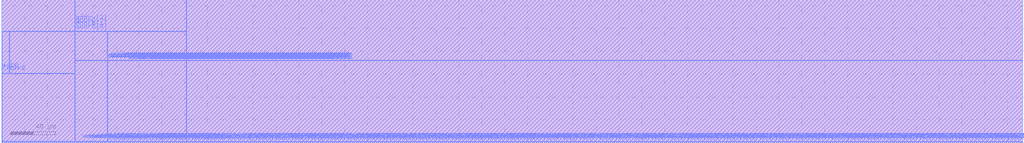
<source format=lef>
VERSION 5.4 ;
NAMESCASESENSITIVE ON ;
BUSBITCHARS "[]" ;
DIVIDERCHAR "/" ;
UNITS
  DATABASE MICRONS 2000 ;
END UNITS
MACRO mp_cache_data_array
   CLASS BLOCK ;
   SIZE 893.36 BY 125.11 ;
   SYMMETRY X Y R90 ;
   PIN din0[0]
      DIRECTION INPUT ;
      PORT
         LAYER metal3 ;
         RECT  161.415 1.0375 161.55 1.1725 ;
      END
   END din0[0]
   PIN din0[1]
      DIRECTION INPUT ;
      PORT
         LAYER metal3 ;
         RECT  164.275 1.0375 164.41 1.1725 ;
      END
   END din0[1]
   PIN din0[2]
      DIRECTION INPUT ;
      PORT
         LAYER metal3 ;
         RECT  167.135 1.0375 167.27 1.1725 ;
      END
   END din0[2]
   PIN din0[3]
      DIRECTION INPUT ;
      PORT
         LAYER metal3 ;
         RECT  169.995 1.0375 170.13 1.1725 ;
      END
   END din0[3]
   PIN din0[4]
      DIRECTION INPUT ;
      PORT
         LAYER metal3 ;
         RECT  172.855 1.0375 172.99 1.1725 ;
      END
   END din0[4]
   PIN din0[5]
      DIRECTION INPUT ;
      PORT
         LAYER metal3 ;
         RECT  175.715 1.0375 175.85 1.1725 ;
      END
   END din0[5]
   PIN din0[6]
      DIRECTION INPUT ;
      PORT
         LAYER metal3 ;
         RECT  178.575 1.0375 178.71 1.1725 ;
      END
   END din0[6]
   PIN din0[7]
      DIRECTION INPUT ;
      PORT
         LAYER metal3 ;
         RECT  181.435 1.0375 181.57 1.1725 ;
      END
   END din0[7]
   PIN din0[8]
      DIRECTION INPUT ;
      PORT
         LAYER metal3 ;
         RECT  184.295 1.0375 184.43 1.1725 ;
      END
   END din0[8]
   PIN din0[9]
      DIRECTION INPUT ;
      PORT
         LAYER metal3 ;
         RECT  187.155 1.0375 187.29 1.1725 ;
      END
   END din0[9]
   PIN din0[10]
      DIRECTION INPUT ;
      PORT
         LAYER metal3 ;
         RECT  190.015 1.0375 190.15 1.1725 ;
      END
   END din0[10]
   PIN din0[11]
      DIRECTION INPUT ;
      PORT
         LAYER metal3 ;
         RECT  192.875 1.0375 193.01 1.1725 ;
      END
   END din0[11]
   PIN din0[12]
      DIRECTION INPUT ;
      PORT
         LAYER metal3 ;
         RECT  195.735 1.0375 195.87 1.1725 ;
      END
   END din0[12]
   PIN din0[13]
      DIRECTION INPUT ;
      PORT
         LAYER metal3 ;
         RECT  198.595 1.0375 198.73 1.1725 ;
      END
   END din0[13]
   PIN din0[14]
      DIRECTION INPUT ;
      PORT
         LAYER metal3 ;
         RECT  201.455 1.0375 201.59 1.1725 ;
      END
   END din0[14]
   PIN din0[15]
      DIRECTION INPUT ;
      PORT
         LAYER metal3 ;
         RECT  204.315 1.0375 204.45 1.1725 ;
      END
   END din0[15]
   PIN din0[16]
      DIRECTION INPUT ;
      PORT
         LAYER metal3 ;
         RECT  207.175 1.0375 207.31 1.1725 ;
      END
   END din0[16]
   PIN din0[17]
      DIRECTION INPUT ;
      PORT
         LAYER metal3 ;
         RECT  210.035 1.0375 210.17 1.1725 ;
      END
   END din0[17]
   PIN din0[18]
      DIRECTION INPUT ;
      PORT
         LAYER metal3 ;
         RECT  212.895 1.0375 213.03 1.1725 ;
      END
   END din0[18]
   PIN din0[19]
      DIRECTION INPUT ;
      PORT
         LAYER metal3 ;
         RECT  215.755 1.0375 215.89 1.1725 ;
      END
   END din0[19]
   PIN din0[20]
      DIRECTION INPUT ;
      PORT
         LAYER metal3 ;
         RECT  218.615 1.0375 218.75 1.1725 ;
      END
   END din0[20]
   PIN din0[21]
      DIRECTION INPUT ;
      PORT
         LAYER metal3 ;
         RECT  221.475 1.0375 221.61 1.1725 ;
      END
   END din0[21]
   PIN din0[22]
      DIRECTION INPUT ;
      PORT
         LAYER metal3 ;
         RECT  224.335 1.0375 224.47 1.1725 ;
      END
   END din0[22]
   PIN din0[23]
      DIRECTION INPUT ;
      PORT
         LAYER metal3 ;
         RECT  227.195 1.0375 227.33 1.1725 ;
      END
   END din0[23]
   PIN din0[24]
      DIRECTION INPUT ;
      PORT
         LAYER metal3 ;
         RECT  230.055 1.0375 230.19 1.1725 ;
      END
   END din0[24]
   PIN din0[25]
      DIRECTION INPUT ;
      PORT
         LAYER metal3 ;
         RECT  232.915 1.0375 233.05 1.1725 ;
      END
   END din0[25]
   PIN din0[26]
      DIRECTION INPUT ;
      PORT
         LAYER metal3 ;
         RECT  235.775 1.0375 235.91 1.1725 ;
      END
   END din0[26]
   PIN din0[27]
      DIRECTION INPUT ;
      PORT
         LAYER metal3 ;
         RECT  238.635 1.0375 238.77 1.1725 ;
      END
   END din0[27]
   PIN din0[28]
      DIRECTION INPUT ;
      PORT
         LAYER metal3 ;
         RECT  241.495 1.0375 241.63 1.1725 ;
      END
   END din0[28]
   PIN din0[29]
      DIRECTION INPUT ;
      PORT
         LAYER metal3 ;
         RECT  244.355 1.0375 244.49 1.1725 ;
      END
   END din0[29]
   PIN din0[30]
      DIRECTION INPUT ;
      PORT
         LAYER metal3 ;
         RECT  247.215 1.0375 247.35 1.1725 ;
      END
   END din0[30]
   PIN din0[31]
      DIRECTION INPUT ;
      PORT
         LAYER metal3 ;
         RECT  250.075 1.0375 250.21 1.1725 ;
      END
   END din0[31]
   PIN din0[32]
      DIRECTION INPUT ;
      PORT
         LAYER metal3 ;
         RECT  252.935 1.0375 253.07 1.1725 ;
      END
   END din0[32]
   PIN din0[33]
      DIRECTION INPUT ;
      PORT
         LAYER metal3 ;
         RECT  255.795 1.0375 255.93 1.1725 ;
      END
   END din0[33]
   PIN din0[34]
      DIRECTION INPUT ;
      PORT
         LAYER metal3 ;
         RECT  258.655 1.0375 258.79 1.1725 ;
      END
   END din0[34]
   PIN din0[35]
      DIRECTION INPUT ;
      PORT
         LAYER metal3 ;
         RECT  261.515 1.0375 261.65 1.1725 ;
      END
   END din0[35]
   PIN din0[36]
      DIRECTION INPUT ;
      PORT
         LAYER metal3 ;
         RECT  264.375 1.0375 264.51 1.1725 ;
      END
   END din0[36]
   PIN din0[37]
      DIRECTION INPUT ;
      PORT
         LAYER metal3 ;
         RECT  267.235 1.0375 267.37 1.1725 ;
      END
   END din0[37]
   PIN din0[38]
      DIRECTION INPUT ;
      PORT
         LAYER metal3 ;
         RECT  270.095 1.0375 270.23 1.1725 ;
      END
   END din0[38]
   PIN din0[39]
      DIRECTION INPUT ;
      PORT
         LAYER metal3 ;
         RECT  272.955 1.0375 273.09 1.1725 ;
      END
   END din0[39]
   PIN din0[40]
      DIRECTION INPUT ;
      PORT
         LAYER metal3 ;
         RECT  275.815 1.0375 275.95 1.1725 ;
      END
   END din0[40]
   PIN din0[41]
      DIRECTION INPUT ;
      PORT
         LAYER metal3 ;
         RECT  278.675 1.0375 278.81 1.1725 ;
      END
   END din0[41]
   PIN din0[42]
      DIRECTION INPUT ;
      PORT
         LAYER metal3 ;
         RECT  281.535 1.0375 281.67 1.1725 ;
      END
   END din0[42]
   PIN din0[43]
      DIRECTION INPUT ;
      PORT
         LAYER metal3 ;
         RECT  284.395 1.0375 284.53 1.1725 ;
      END
   END din0[43]
   PIN din0[44]
      DIRECTION INPUT ;
      PORT
         LAYER metal3 ;
         RECT  287.255 1.0375 287.39 1.1725 ;
      END
   END din0[44]
   PIN din0[45]
      DIRECTION INPUT ;
      PORT
         LAYER metal3 ;
         RECT  290.115 1.0375 290.25 1.1725 ;
      END
   END din0[45]
   PIN din0[46]
      DIRECTION INPUT ;
      PORT
         LAYER metal3 ;
         RECT  292.975 1.0375 293.11 1.1725 ;
      END
   END din0[46]
   PIN din0[47]
      DIRECTION INPUT ;
      PORT
         LAYER metal3 ;
         RECT  295.835 1.0375 295.97 1.1725 ;
      END
   END din0[47]
   PIN din0[48]
      DIRECTION INPUT ;
      PORT
         LAYER metal3 ;
         RECT  298.695 1.0375 298.83 1.1725 ;
      END
   END din0[48]
   PIN din0[49]
      DIRECTION INPUT ;
      PORT
         LAYER metal3 ;
         RECT  301.555 1.0375 301.69 1.1725 ;
      END
   END din0[49]
   PIN din0[50]
      DIRECTION INPUT ;
      PORT
         LAYER metal3 ;
         RECT  304.415 1.0375 304.55 1.1725 ;
      END
   END din0[50]
   PIN din0[51]
      DIRECTION INPUT ;
      PORT
         LAYER metal3 ;
         RECT  307.275 1.0375 307.41 1.1725 ;
      END
   END din0[51]
   PIN din0[52]
      DIRECTION INPUT ;
      PORT
         LAYER metal3 ;
         RECT  310.135 1.0375 310.27 1.1725 ;
      END
   END din0[52]
   PIN din0[53]
      DIRECTION INPUT ;
      PORT
         LAYER metal3 ;
         RECT  312.995 1.0375 313.13 1.1725 ;
      END
   END din0[53]
   PIN din0[54]
      DIRECTION INPUT ;
      PORT
         LAYER metal3 ;
         RECT  315.855 1.0375 315.99 1.1725 ;
      END
   END din0[54]
   PIN din0[55]
      DIRECTION INPUT ;
      PORT
         LAYER metal3 ;
         RECT  318.715 1.0375 318.85 1.1725 ;
      END
   END din0[55]
   PIN din0[56]
      DIRECTION INPUT ;
      PORT
         LAYER metal3 ;
         RECT  321.575 1.0375 321.71 1.1725 ;
      END
   END din0[56]
   PIN din0[57]
      DIRECTION INPUT ;
      PORT
         LAYER metal3 ;
         RECT  324.435 1.0375 324.57 1.1725 ;
      END
   END din0[57]
   PIN din0[58]
      DIRECTION INPUT ;
      PORT
         LAYER metal3 ;
         RECT  327.295 1.0375 327.43 1.1725 ;
      END
   END din0[58]
   PIN din0[59]
      DIRECTION INPUT ;
      PORT
         LAYER metal3 ;
         RECT  330.155 1.0375 330.29 1.1725 ;
      END
   END din0[59]
   PIN din0[60]
      DIRECTION INPUT ;
      PORT
         LAYER metal3 ;
         RECT  333.015 1.0375 333.15 1.1725 ;
      END
   END din0[60]
   PIN din0[61]
      DIRECTION INPUT ;
      PORT
         LAYER metal3 ;
         RECT  335.875 1.0375 336.01 1.1725 ;
      END
   END din0[61]
   PIN din0[62]
      DIRECTION INPUT ;
      PORT
         LAYER metal3 ;
         RECT  338.735 1.0375 338.87 1.1725 ;
      END
   END din0[62]
   PIN din0[63]
      DIRECTION INPUT ;
      PORT
         LAYER metal3 ;
         RECT  341.595 1.0375 341.73 1.1725 ;
      END
   END din0[63]
   PIN din0[64]
      DIRECTION INPUT ;
      PORT
         LAYER metal3 ;
         RECT  344.455 1.0375 344.59 1.1725 ;
      END
   END din0[64]
   PIN din0[65]
      DIRECTION INPUT ;
      PORT
         LAYER metal3 ;
         RECT  347.315 1.0375 347.45 1.1725 ;
      END
   END din0[65]
   PIN din0[66]
      DIRECTION INPUT ;
      PORT
         LAYER metal3 ;
         RECT  350.175 1.0375 350.31 1.1725 ;
      END
   END din0[66]
   PIN din0[67]
      DIRECTION INPUT ;
      PORT
         LAYER metal3 ;
         RECT  353.035 1.0375 353.17 1.1725 ;
      END
   END din0[67]
   PIN din0[68]
      DIRECTION INPUT ;
      PORT
         LAYER metal3 ;
         RECT  355.895 1.0375 356.03 1.1725 ;
      END
   END din0[68]
   PIN din0[69]
      DIRECTION INPUT ;
      PORT
         LAYER metal3 ;
         RECT  358.755 1.0375 358.89 1.1725 ;
      END
   END din0[69]
   PIN din0[70]
      DIRECTION INPUT ;
      PORT
         LAYER metal3 ;
         RECT  361.615 1.0375 361.75 1.1725 ;
      END
   END din0[70]
   PIN din0[71]
      DIRECTION INPUT ;
      PORT
         LAYER metal3 ;
         RECT  364.475 1.0375 364.61 1.1725 ;
      END
   END din0[71]
   PIN din0[72]
      DIRECTION INPUT ;
      PORT
         LAYER metal3 ;
         RECT  367.335 1.0375 367.47 1.1725 ;
      END
   END din0[72]
   PIN din0[73]
      DIRECTION INPUT ;
      PORT
         LAYER metal3 ;
         RECT  370.195 1.0375 370.33 1.1725 ;
      END
   END din0[73]
   PIN din0[74]
      DIRECTION INPUT ;
      PORT
         LAYER metal3 ;
         RECT  373.055 1.0375 373.19 1.1725 ;
      END
   END din0[74]
   PIN din0[75]
      DIRECTION INPUT ;
      PORT
         LAYER metal3 ;
         RECT  375.915 1.0375 376.05 1.1725 ;
      END
   END din0[75]
   PIN din0[76]
      DIRECTION INPUT ;
      PORT
         LAYER metal3 ;
         RECT  378.775 1.0375 378.91 1.1725 ;
      END
   END din0[76]
   PIN din0[77]
      DIRECTION INPUT ;
      PORT
         LAYER metal3 ;
         RECT  381.635 1.0375 381.77 1.1725 ;
      END
   END din0[77]
   PIN din0[78]
      DIRECTION INPUT ;
      PORT
         LAYER metal3 ;
         RECT  384.495 1.0375 384.63 1.1725 ;
      END
   END din0[78]
   PIN din0[79]
      DIRECTION INPUT ;
      PORT
         LAYER metal3 ;
         RECT  387.355 1.0375 387.49 1.1725 ;
      END
   END din0[79]
   PIN din0[80]
      DIRECTION INPUT ;
      PORT
         LAYER metal3 ;
         RECT  390.215 1.0375 390.35 1.1725 ;
      END
   END din0[80]
   PIN din0[81]
      DIRECTION INPUT ;
      PORT
         LAYER metal3 ;
         RECT  393.075 1.0375 393.21 1.1725 ;
      END
   END din0[81]
   PIN din0[82]
      DIRECTION INPUT ;
      PORT
         LAYER metal3 ;
         RECT  395.935 1.0375 396.07 1.1725 ;
      END
   END din0[82]
   PIN din0[83]
      DIRECTION INPUT ;
      PORT
         LAYER metal3 ;
         RECT  398.795 1.0375 398.93 1.1725 ;
      END
   END din0[83]
   PIN din0[84]
      DIRECTION INPUT ;
      PORT
         LAYER metal3 ;
         RECT  401.655 1.0375 401.79 1.1725 ;
      END
   END din0[84]
   PIN din0[85]
      DIRECTION INPUT ;
      PORT
         LAYER metal3 ;
         RECT  404.515 1.0375 404.65 1.1725 ;
      END
   END din0[85]
   PIN din0[86]
      DIRECTION INPUT ;
      PORT
         LAYER metal3 ;
         RECT  407.375 1.0375 407.51 1.1725 ;
      END
   END din0[86]
   PIN din0[87]
      DIRECTION INPUT ;
      PORT
         LAYER metal3 ;
         RECT  410.235 1.0375 410.37 1.1725 ;
      END
   END din0[87]
   PIN din0[88]
      DIRECTION INPUT ;
      PORT
         LAYER metal3 ;
         RECT  413.095 1.0375 413.23 1.1725 ;
      END
   END din0[88]
   PIN din0[89]
      DIRECTION INPUT ;
      PORT
         LAYER metal3 ;
         RECT  415.955 1.0375 416.09 1.1725 ;
      END
   END din0[89]
   PIN din0[90]
      DIRECTION INPUT ;
      PORT
         LAYER metal3 ;
         RECT  418.815 1.0375 418.95 1.1725 ;
      END
   END din0[90]
   PIN din0[91]
      DIRECTION INPUT ;
      PORT
         LAYER metal3 ;
         RECT  421.675 1.0375 421.81 1.1725 ;
      END
   END din0[91]
   PIN din0[92]
      DIRECTION INPUT ;
      PORT
         LAYER metal3 ;
         RECT  424.535 1.0375 424.67 1.1725 ;
      END
   END din0[92]
   PIN din0[93]
      DIRECTION INPUT ;
      PORT
         LAYER metal3 ;
         RECT  427.395 1.0375 427.53 1.1725 ;
      END
   END din0[93]
   PIN din0[94]
      DIRECTION INPUT ;
      PORT
         LAYER metal3 ;
         RECT  430.255 1.0375 430.39 1.1725 ;
      END
   END din0[94]
   PIN din0[95]
      DIRECTION INPUT ;
      PORT
         LAYER metal3 ;
         RECT  433.115 1.0375 433.25 1.1725 ;
      END
   END din0[95]
   PIN din0[96]
      DIRECTION INPUT ;
      PORT
         LAYER metal3 ;
         RECT  435.975 1.0375 436.11 1.1725 ;
      END
   END din0[96]
   PIN din0[97]
      DIRECTION INPUT ;
      PORT
         LAYER metal3 ;
         RECT  438.835 1.0375 438.97 1.1725 ;
      END
   END din0[97]
   PIN din0[98]
      DIRECTION INPUT ;
      PORT
         LAYER metal3 ;
         RECT  441.695 1.0375 441.83 1.1725 ;
      END
   END din0[98]
   PIN din0[99]
      DIRECTION INPUT ;
      PORT
         LAYER metal3 ;
         RECT  444.555 1.0375 444.69 1.1725 ;
      END
   END din0[99]
   PIN din0[100]
      DIRECTION INPUT ;
      PORT
         LAYER metal3 ;
         RECT  447.415 1.0375 447.55 1.1725 ;
      END
   END din0[100]
   PIN din0[101]
      DIRECTION INPUT ;
      PORT
         LAYER metal3 ;
         RECT  450.275 1.0375 450.41 1.1725 ;
      END
   END din0[101]
   PIN din0[102]
      DIRECTION INPUT ;
      PORT
         LAYER metal3 ;
         RECT  453.135 1.0375 453.27 1.1725 ;
      END
   END din0[102]
   PIN din0[103]
      DIRECTION INPUT ;
      PORT
         LAYER metal3 ;
         RECT  455.995 1.0375 456.13 1.1725 ;
      END
   END din0[103]
   PIN din0[104]
      DIRECTION INPUT ;
      PORT
         LAYER metal3 ;
         RECT  458.855 1.0375 458.99 1.1725 ;
      END
   END din0[104]
   PIN din0[105]
      DIRECTION INPUT ;
      PORT
         LAYER metal3 ;
         RECT  461.715 1.0375 461.85 1.1725 ;
      END
   END din0[105]
   PIN din0[106]
      DIRECTION INPUT ;
      PORT
         LAYER metal3 ;
         RECT  464.575 1.0375 464.71 1.1725 ;
      END
   END din0[106]
   PIN din0[107]
      DIRECTION INPUT ;
      PORT
         LAYER metal3 ;
         RECT  467.435 1.0375 467.57 1.1725 ;
      END
   END din0[107]
   PIN din0[108]
      DIRECTION INPUT ;
      PORT
         LAYER metal3 ;
         RECT  470.295 1.0375 470.43 1.1725 ;
      END
   END din0[108]
   PIN din0[109]
      DIRECTION INPUT ;
      PORT
         LAYER metal3 ;
         RECT  473.155 1.0375 473.29 1.1725 ;
      END
   END din0[109]
   PIN din0[110]
      DIRECTION INPUT ;
      PORT
         LAYER metal3 ;
         RECT  476.015 1.0375 476.15 1.1725 ;
      END
   END din0[110]
   PIN din0[111]
      DIRECTION INPUT ;
      PORT
         LAYER metal3 ;
         RECT  478.875 1.0375 479.01 1.1725 ;
      END
   END din0[111]
   PIN din0[112]
      DIRECTION INPUT ;
      PORT
         LAYER metal3 ;
         RECT  481.735 1.0375 481.87 1.1725 ;
      END
   END din0[112]
   PIN din0[113]
      DIRECTION INPUT ;
      PORT
         LAYER metal3 ;
         RECT  484.595 1.0375 484.73 1.1725 ;
      END
   END din0[113]
   PIN din0[114]
      DIRECTION INPUT ;
      PORT
         LAYER metal3 ;
         RECT  487.455 1.0375 487.59 1.1725 ;
      END
   END din0[114]
   PIN din0[115]
      DIRECTION INPUT ;
      PORT
         LAYER metal3 ;
         RECT  490.315 1.0375 490.45 1.1725 ;
      END
   END din0[115]
   PIN din0[116]
      DIRECTION INPUT ;
      PORT
         LAYER metal3 ;
         RECT  493.175 1.0375 493.31 1.1725 ;
      END
   END din0[116]
   PIN din0[117]
      DIRECTION INPUT ;
      PORT
         LAYER metal3 ;
         RECT  496.035 1.0375 496.17 1.1725 ;
      END
   END din0[117]
   PIN din0[118]
      DIRECTION INPUT ;
      PORT
         LAYER metal3 ;
         RECT  498.895 1.0375 499.03 1.1725 ;
      END
   END din0[118]
   PIN din0[119]
      DIRECTION INPUT ;
      PORT
         LAYER metal3 ;
         RECT  501.755 1.0375 501.89 1.1725 ;
      END
   END din0[119]
   PIN din0[120]
      DIRECTION INPUT ;
      PORT
         LAYER metal3 ;
         RECT  504.615 1.0375 504.75 1.1725 ;
      END
   END din0[120]
   PIN din0[121]
      DIRECTION INPUT ;
      PORT
         LAYER metal3 ;
         RECT  507.475 1.0375 507.61 1.1725 ;
      END
   END din0[121]
   PIN din0[122]
      DIRECTION INPUT ;
      PORT
         LAYER metal3 ;
         RECT  510.335 1.0375 510.47 1.1725 ;
      END
   END din0[122]
   PIN din0[123]
      DIRECTION INPUT ;
      PORT
         LAYER metal3 ;
         RECT  513.195 1.0375 513.33 1.1725 ;
      END
   END din0[123]
   PIN din0[124]
      DIRECTION INPUT ;
      PORT
         LAYER metal3 ;
         RECT  516.055 1.0375 516.19 1.1725 ;
      END
   END din0[124]
   PIN din0[125]
      DIRECTION INPUT ;
      PORT
         LAYER metal3 ;
         RECT  518.915 1.0375 519.05 1.1725 ;
      END
   END din0[125]
   PIN din0[126]
      DIRECTION INPUT ;
      PORT
         LAYER metal3 ;
         RECT  521.775 1.0375 521.91 1.1725 ;
      END
   END din0[126]
   PIN din0[127]
      DIRECTION INPUT ;
      PORT
         LAYER metal3 ;
         RECT  524.635 1.0375 524.77 1.1725 ;
      END
   END din0[127]
   PIN din0[128]
      DIRECTION INPUT ;
      PORT
         LAYER metal3 ;
         RECT  527.495 1.0375 527.63 1.1725 ;
      END
   END din0[128]
   PIN din0[129]
      DIRECTION INPUT ;
      PORT
         LAYER metal3 ;
         RECT  530.355 1.0375 530.49 1.1725 ;
      END
   END din0[129]
   PIN din0[130]
      DIRECTION INPUT ;
      PORT
         LAYER metal3 ;
         RECT  533.215 1.0375 533.35 1.1725 ;
      END
   END din0[130]
   PIN din0[131]
      DIRECTION INPUT ;
      PORT
         LAYER metal3 ;
         RECT  536.075 1.0375 536.21 1.1725 ;
      END
   END din0[131]
   PIN din0[132]
      DIRECTION INPUT ;
      PORT
         LAYER metal3 ;
         RECT  538.935 1.0375 539.07 1.1725 ;
      END
   END din0[132]
   PIN din0[133]
      DIRECTION INPUT ;
      PORT
         LAYER metal3 ;
         RECT  541.795 1.0375 541.93 1.1725 ;
      END
   END din0[133]
   PIN din0[134]
      DIRECTION INPUT ;
      PORT
         LAYER metal3 ;
         RECT  544.655 1.0375 544.79 1.1725 ;
      END
   END din0[134]
   PIN din0[135]
      DIRECTION INPUT ;
      PORT
         LAYER metal3 ;
         RECT  547.515 1.0375 547.65 1.1725 ;
      END
   END din0[135]
   PIN din0[136]
      DIRECTION INPUT ;
      PORT
         LAYER metal3 ;
         RECT  550.375 1.0375 550.51 1.1725 ;
      END
   END din0[136]
   PIN din0[137]
      DIRECTION INPUT ;
      PORT
         LAYER metal3 ;
         RECT  553.235 1.0375 553.37 1.1725 ;
      END
   END din0[137]
   PIN din0[138]
      DIRECTION INPUT ;
      PORT
         LAYER metal3 ;
         RECT  556.095 1.0375 556.23 1.1725 ;
      END
   END din0[138]
   PIN din0[139]
      DIRECTION INPUT ;
      PORT
         LAYER metal3 ;
         RECT  558.955 1.0375 559.09 1.1725 ;
      END
   END din0[139]
   PIN din0[140]
      DIRECTION INPUT ;
      PORT
         LAYER metal3 ;
         RECT  561.815 1.0375 561.95 1.1725 ;
      END
   END din0[140]
   PIN din0[141]
      DIRECTION INPUT ;
      PORT
         LAYER metal3 ;
         RECT  564.675 1.0375 564.81 1.1725 ;
      END
   END din0[141]
   PIN din0[142]
      DIRECTION INPUT ;
      PORT
         LAYER metal3 ;
         RECT  567.535 1.0375 567.67 1.1725 ;
      END
   END din0[142]
   PIN din0[143]
      DIRECTION INPUT ;
      PORT
         LAYER metal3 ;
         RECT  570.395 1.0375 570.53 1.1725 ;
      END
   END din0[143]
   PIN din0[144]
      DIRECTION INPUT ;
      PORT
         LAYER metal3 ;
         RECT  573.255 1.0375 573.39 1.1725 ;
      END
   END din0[144]
   PIN din0[145]
      DIRECTION INPUT ;
      PORT
         LAYER metal3 ;
         RECT  576.115 1.0375 576.25 1.1725 ;
      END
   END din0[145]
   PIN din0[146]
      DIRECTION INPUT ;
      PORT
         LAYER metal3 ;
         RECT  578.975 1.0375 579.11 1.1725 ;
      END
   END din0[146]
   PIN din0[147]
      DIRECTION INPUT ;
      PORT
         LAYER metal3 ;
         RECT  581.835 1.0375 581.97 1.1725 ;
      END
   END din0[147]
   PIN din0[148]
      DIRECTION INPUT ;
      PORT
         LAYER metal3 ;
         RECT  584.695 1.0375 584.83 1.1725 ;
      END
   END din0[148]
   PIN din0[149]
      DIRECTION INPUT ;
      PORT
         LAYER metal3 ;
         RECT  587.555 1.0375 587.69 1.1725 ;
      END
   END din0[149]
   PIN din0[150]
      DIRECTION INPUT ;
      PORT
         LAYER metal3 ;
         RECT  590.415 1.0375 590.55 1.1725 ;
      END
   END din0[150]
   PIN din0[151]
      DIRECTION INPUT ;
      PORT
         LAYER metal3 ;
         RECT  593.275 1.0375 593.41 1.1725 ;
      END
   END din0[151]
   PIN din0[152]
      DIRECTION INPUT ;
      PORT
         LAYER metal3 ;
         RECT  596.135 1.0375 596.27 1.1725 ;
      END
   END din0[152]
   PIN din0[153]
      DIRECTION INPUT ;
      PORT
         LAYER metal3 ;
         RECT  598.995 1.0375 599.13 1.1725 ;
      END
   END din0[153]
   PIN din0[154]
      DIRECTION INPUT ;
      PORT
         LAYER metal3 ;
         RECT  601.855 1.0375 601.99 1.1725 ;
      END
   END din0[154]
   PIN din0[155]
      DIRECTION INPUT ;
      PORT
         LAYER metal3 ;
         RECT  604.715 1.0375 604.85 1.1725 ;
      END
   END din0[155]
   PIN din0[156]
      DIRECTION INPUT ;
      PORT
         LAYER metal3 ;
         RECT  607.575 1.0375 607.71 1.1725 ;
      END
   END din0[156]
   PIN din0[157]
      DIRECTION INPUT ;
      PORT
         LAYER metal3 ;
         RECT  610.435 1.0375 610.57 1.1725 ;
      END
   END din0[157]
   PIN din0[158]
      DIRECTION INPUT ;
      PORT
         LAYER metal3 ;
         RECT  613.295 1.0375 613.43 1.1725 ;
      END
   END din0[158]
   PIN din0[159]
      DIRECTION INPUT ;
      PORT
         LAYER metal3 ;
         RECT  616.155 1.0375 616.29 1.1725 ;
      END
   END din0[159]
   PIN din0[160]
      DIRECTION INPUT ;
      PORT
         LAYER metal3 ;
         RECT  619.015 1.0375 619.15 1.1725 ;
      END
   END din0[160]
   PIN din0[161]
      DIRECTION INPUT ;
      PORT
         LAYER metal3 ;
         RECT  621.875 1.0375 622.01 1.1725 ;
      END
   END din0[161]
   PIN din0[162]
      DIRECTION INPUT ;
      PORT
         LAYER metal3 ;
         RECT  624.735 1.0375 624.87 1.1725 ;
      END
   END din0[162]
   PIN din0[163]
      DIRECTION INPUT ;
      PORT
         LAYER metal3 ;
         RECT  627.595 1.0375 627.73 1.1725 ;
      END
   END din0[163]
   PIN din0[164]
      DIRECTION INPUT ;
      PORT
         LAYER metal3 ;
         RECT  630.455 1.0375 630.59 1.1725 ;
      END
   END din0[164]
   PIN din0[165]
      DIRECTION INPUT ;
      PORT
         LAYER metal3 ;
         RECT  633.315 1.0375 633.45 1.1725 ;
      END
   END din0[165]
   PIN din0[166]
      DIRECTION INPUT ;
      PORT
         LAYER metal3 ;
         RECT  636.175 1.0375 636.31 1.1725 ;
      END
   END din0[166]
   PIN din0[167]
      DIRECTION INPUT ;
      PORT
         LAYER metal3 ;
         RECT  639.035 1.0375 639.17 1.1725 ;
      END
   END din0[167]
   PIN din0[168]
      DIRECTION INPUT ;
      PORT
         LAYER metal3 ;
         RECT  641.895 1.0375 642.03 1.1725 ;
      END
   END din0[168]
   PIN din0[169]
      DIRECTION INPUT ;
      PORT
         LAYER metal3 ;
         RECT  644.755 1.0375 644.89 1.1725 ;
      END
   END din0[169]
   PIN din0[170]
      DIRECTION INPUT ;
      PORT
         LAYER metal3 ;
         RECT  647.615 1.0375 647.75 1.1725 ;
      END
   END din0[170]
   PIN din0[171]
      DIRECTION INPUT ;
      PORT
         LAYER metal3 ;
         RECT  650.475 1.0375 650.61 1.1725 ;
      END
   END din0[171]
   PIN din0[172]
      DIRECTION INPUT ;
      PORT
         LAYER metal3 ;
         RECT  653.335 1.0375 653.47 1.1725 ;
      END
   END din0[172]
   PIN din0[173]
      DIRECTION INPUT ;
      PORT
         LAYER metal3 ;
         RECT  656.195 1.0375 656.33 1.1725 ;
      END
   END din0[173]
   PIN din0[174]
      DIRECTION INPUT ;
      PORT
         LAYER metal3 ;
         RECT  659.055 1.0375 659.19 1.1725 ;
      END
   END din0[174]
   PIN din0[175]
      DIRECTION INPUT ;
      PORT
         LAYER metal3 ;
         RECT  661.915 1.0375 662.05 1.1725 ;
      END
   END din0[175]
   PIN din0[176]
      DIRECTION INPUT ;
      PORT
         LAYER metal3 ;
         RECT  664.775 1.0375 664.91 1.1725 ;
      END
   END din0[176]
   PIN din0[177]
      DIRECTION INPUT ;
      PORT
         LAYER metal3 ;
         RECT  667.635 1.0375 667.77 1.1725 ;
      END
   END din0[177]
   PIN din0[178]
      DIRECTION INPUT ;
      PORT
         LAYER metal3 ;
         RECT  670.495 1.0375 670.63 1.1725 ;
      END
   END din0[178]
   PIN din0[179]
      DIRECTION INPUT ;
      PORT
         LAYER metal3 ;
         RECT  673.355 1.0375 673.49 1.1725 ;
      END
   END din0[179]
   PIN din0[180]
      DIRECTION INPUT ;
      PORT
         LAYER metal3 ;
         RECT  676.215 1.0375 676.35 1.1725 ;
      END
   END din0[180]
   PIN din0[181]
      DIRECTION INPUT ;
      PORT
         LAYER metal3 ;
         RECT  679.075 1.0375 679.21 1.1725 ;
      END
   END din0[181]
   PIN din0[182]
      DIRECTION INPUT ;
      PORT
         LAYER metal3 ;
         RECT  681.935 1.0375 682.07 1.1725 ;
      END
   END din0[182]
   PIN din0[183]
      DIRECTION INPUT ;
      PORT
         LAYER metal3 ;
         RECT  684.795 1.0375 684.93 1.1725 ;
      END
   END din0[183]
   PIN din0[184]
      DIRECTION INPUT ;
      PORT
         LAYER metal3 ;
         RECT  687.655 1.0375 687.79 1.1725 ;
      END
   END din0[184]
   PIN din0[185]
      DIRECTION INPUT ;
      PORT
         LAYER metal3 ;
         RECT  690.515 1.0375 690.65 1.1725 ;
      END
   END din0[185]
   PIN din0[186]
      DIRECTION INPUT ;
      PORT
         LAYER metal3 ;
         RECT  693.375 1.0375 693.51 1.1725 ;
      END
   END din0[186]
   PIN din0[187]
      DIRECTION INPUT ;
      PORT
         LAYER metal3 ;
         RECT  696.235 1.0375 696.37 1.1725 ;
      END
   END din0[187]
   PIN din0[188]
      DIRECTION INPUT ;
      PORT
         LAYER metal3 ;
         RECT  699.095 1.0375 699.23 1.1725 ;
      END
   END din0[188]
   PIN din0[189]
      DIRECTION INPUT ;
      PORT
         LAYER metal3 ;
         RECT  701.955 1.0375 702.09 1.1725 ;
      END
   END din0[189]
   PIN din0[190]
      DIRECTION INPUT ;
      PORT
         LAYER metal3 ;
         RECT  704.815 1.0375 704.95 1.1725 ;
      END
   END din0[190]
   PIN din0[191]
      DIRECTION INPUT ;
      PORT
         LAYER metal3 ;
         RECT  707.675 1.0375 707.81 1.1725 ;
      END
   END din0[191]
   PIN din0[192]
      DIRECTION INPUT ;
      PORT
         LAYER metal3 ;
         RECT  710.535 1.0375 710.67 1.1725 ;
      END
   END din0[192]
   PIN din0[193]
      DIRECTION INPUT ;
      PORT
         LAYER metal3 ;
         RECT  713.395 1.0375 713.53 1.1725 ;
      END
   END din0[193]
   PIN din0[194]
      DIRECTION INPUT ;
      PORT
         LAYER metal3 ;
         RECT  716.255 1.0375 716.39 1.1725 ;
      END
   END din0[194]
   PIN din0[195]
      DIRECTION INPUT ;
      PORT
         LAYER metal3 ;
         RECT  719.115 1.0375 719.25 1.1725 ;
      END
   END din0[195]
   PIN din0[196]
      DIRECTION INPUT ;
      PORT
         LAYER metal3 ;
         RECT  721.975 1.0375 722.11 1.1725 ;
      END
   END din0[196]
   PIN din0[197]
      DIRECTION INPUT ;
      PORT
         LAYER metal3 ;
         RECT  724.835 1.0375 724.97 1.1725 ;
      END
   END din0[197]
   PIN din0[198]
      DIRECTION INPUT ;
      PORT
         LAYER metal3 ;
         RECT  727.695 1.0375 727.83 1.1725 ;
      END
   END din0[198]
   PIN din0[199]
      DIRECTION INPUT ;
      PORT
         LAYER metal3 ;
         RECT  730.555 1.0375 730.69 1.1725 ;
      END
   END din0[199]
   PIN din0[200]
      DIRECTION INPUT ;
      PORT
         LAYER metal3 ;
         RECT  733.415 1.0375 733.55 1.1725 ;
      END
   END din0[200]
   PIN din0[201]
      DIRECTION INPUT ;
      PORT
         LAYER metal3 ;
         RECT  736.275 1.0375 736.41 1.1725 ;
      END
   END din0[201]
   PIN din0[202]
      DIRECTION INPUT ;
      PORT
         LAYER metal3 ;
         RECT  739.135 1.0375 739.27 1.1725 ;
      END
   END din0[202]
   PIN din0[203]
      DIRECTION INPUT ;
      PORT
         LAYER metal3 ;
         RECT  741.995 1.0375 742.13 1.1725 ;
      END
   END din0[203]
   PIN din0[204]
      DIRECTION INPUT ;
      PORT
         LAYER metal3 ;
         RECT  744.855 1.0375 744.99 1.1725 ;
      END
   END din0[204]
   PIN din0[205]
      DIRECTION INPUT ;
      PORT
         LAYER metal3 ;
         RECT  747.715 1.0375 747.85 1.1725 ;
      END
   END din0[205]
   PIN din0[206]
      DIRECTION INPUT ;
      PORT
         LAYER metal3 ;
         RECT  750.575 1.0375 750.71 1.1725 ;
      END
   END din0[206]
   PIN din0[207]
      DIRECTION INPUT ;
      PORT
         LAYER metal3 ;
         RECT  753.435 1.0375 753.57 1.1725 ;
      END
   END din0[207]
   PIN din0[208]
      DIRECTION INPUT ;
      PORT
         LAYER metal3 ;
         RECT  756.295 1.0375 756.43 1.1725 ;
      END
   END din0[208]
   PIN din0[209]
      DIRECTION INPUT ;
      PORT
         LAYER metal3 ;
         RECT  759.155 1.0375 759.29 1.1725 ;
      END
   END din0[209]
   PIN din0[210]
      DIRECTION INPUT ;
      PORT
         LAYER metal3 ;
         RECT  762.015 1.0375 762.15 1.1725 ;
      END
   END din0[210]
   PIN din0[211]
      DIRECTION INPUT ;
      PORT
         LAYER metal3 ;
         RECT  764.875 1.0375 765.01 1.1725 ;
      END
   END din0[211]
   PIN din0[212]
      DIRECTION INPUT ;
      PORT
         LAYER metal3 ;
         RECT  767.735 1.0375 767.87 1.1725 ;
      END
   END din0[212]
   PIN din0[213]
      DIRECTION INPUT ;
      PORT
         LAYER metal3 ;
         RECT  770.595 1.0375 770.73 1.1725 ;
      END
   END din0[213]
   PIN din0[214]
      DIRECTION INPUT ;
      PORT
         LAYER metal3 ;
         RECT  773.455 1.0375 773.59 1.1725 ;
      END
   END din0[214]
   PIN din0[215]
      DIRECTION INPUT ;
      PORT
         LAYER metal3 ;
         RECT  776.315 1.0375 776.45 1.1725 ;
      END
   END din0[215]
   PIN din0[216]
      DIRECTION INPUT ;
      PORT
         LAYER metal3 ;
         RECT  779.175 1.0375 779.31 1.1725 ;
      END
   END din0[216]
   PIN din0[217]
      DIRECTION INPUT ;
      PORT
         LAYER metal3 ;
         RECT  782.035 1.0375 782.17 1.1725 ;
      END
   END din0[217]
   PIN din0[218]
      DIRECTION INPUT ;
      PORT
         LAYER metal3 ;
         RECT  784.895 1.0375 785.03 1.1725 ;
      END
   END din0[218]
   PIN din0[219]
      DIRECTION INPUT ;
      PORT
         LAYER metal3 ;
         RECT  787.755 1.0375 787.89 1.1725 ;
      END
   END din0[219]
   PIN din0[220]
      DIRECTION INPUT ;
      PORT
         LAYER metal3 ;
         RECT  790.615 1.0375 790.75 1.1725 ;
      END
   END din0[220]
   PIN din0[221]
      DIRECTION INPUT ;
      PORT
         LAYER metal3 ;
         RECT  793.475 1.0375 793.61 1.1725 ;
      END
   END din0[221]
   PIN din0[222]
      DIRECTION INPUT ;
      PORT
         LAYER metal3 ;
         RECT  796.335 1.0375 796.47 1.1725 ;
      END
   END din0[222]
   PIN din0[223]
      DIRECTION INPUT ;
      PORT
         LAYER metal3 ;
         RECT  799.195 1.0375 799.33 1.1725 ;
      END
   END din0[223]
   PIN din0[224]
      DIRECTION INPUT ;
      PORT
         LAYER metal3 ;
         RECT  802.055 1.0375 802.19 1.1725 ;
      END
   END din0[224]
   PIN din0[225]
      DIRECTION INPUT ;
      PORT
         LAYER metal3 ;
         RECT  804.915 1.0375 805.05 1.1725 ;
      END
   END din0[225]
   PIN din0[226]
      DIRECTION INPUT ;
      PORT
         LAYER metal3 ;
         RECT  807.775 1.0375 807.91 1.1725 ;
      END
   END din0[226]
   PIN din0[227]
      DIRECTION INPUT ;
      PORT
         LAYER metal3 ;
         RECT  810.635 1.0375 810.77 1.1725 ;
      END
   END din0[227]
   PIN din0[228]
      DIRECTION INPUT ;
      PORT
         LAYER metal3 ;
         RECT  813.495 1.0375 813.63 1.1725 ;
      END
   END din0[228]
   PIN din0[229]
      DIRECTION INPUT ;
      PORT
         LAYER metal3 ;
         RECT  816.355 1.0375 816.49 1.1725 ;
      END
   END din0[229]
   PIN din0[230]
      DIRECTION INPUT ;
      PORT
         LAYER metal3 ;
         RECT  819.215 1.0375 819.35 1.1725 ;
      END
   END din0[230]
   PIN din0[231]
      DIRECTION INPUT ;
      PORT
         LAYER metal3 ;
         RECT  822.075 1.0375 822.21 1.1725 ;
      END
   END din0[231]
   PIN din0[232]
      DIRECTION INPUT ;
      PORT
         LAYER metal3 ;
         RECT  824.935 1.0375 825.07 1.1725 ;
      END
   END din0[232]
   PIN din0[233]
      DIRECTION INPUT ;
      PORT
         LAYER metal3 ;
         RECT  827.795 1.0375 827.93 1.1725 ;
      END
   END din0[233]
   PIN din0[234]
      DIRECTION INPUT ;
      PORT
         LAYER metal3 ;
         RECT  830.655 1.0375 830.79 1.1725 ;
      END
   END din0[234]
   PIN din0[235]
      DIRECTION INPUT ;
      PORT
         LAYER metal3 ;
         RECT  833.515 1.0375 833.65 1.1725 ;
      END
   END din0[235]
   PIN din0[236]
      DIRECTION INPUT ;
      PORT
         LAYER metal3 ;
         RECT  836.375 1.0375 836.51 1.1725 ;
      END
   END din0[236]
   PIN din0[237]
      DIRECTION INPUT ;
      PORT
         LAYER metal3 ;
         RECT  839.235 1.0375 839.37 1.1725 ;
      END
   END din0[237]
   PIN din0[238]
      DIRECTION INPUT ;
      PORT
         LAYER metal3 ;
         RECT  842.095 1.0375 842.23 1.1725 ;
      END
   END din0[238]
   PIN din0[239]
      DIRECTION INPUT ;
      PORT
         LAYER metal3 ;
         RECT  844.955 1.0375 845.09 1.1725 ;
      END
   END din0[239]
   PIN din0[240]
      DIRECTION INPUT ;
      PORT
         LAYER metal3 ;
         RECT  847.815 1.0375 847.95 1.1725 ;
      END
   END din0[240]
   PIN din0[241]
      DIRECTION INPUT ;
      PORT
         LAYER metal3 ;
         RECT  850.675 1.0375 850.81 1.1725 ;
      END
   END din0[241]
   PIN din0[242]
      DIRECTION INPUT ;
      PORT
         LAYER metal3 ;
         RECT  853.535 1.0375 853.67 1.1725 ;
      END
   END din0[242]
   PIN din0[243]
      DIRECTION INPUT ;
      PORT
         LAYER metal3 ;
         RECT  856.395 1.0375 856.53 1.1725 ;
      END
   END din0[243]
   PIN din0[244]
      DIRECTION INPUT ;
      PORT
         LAYER metal3 ;
         RECT  859.255 1.0375 859.39 1.1725 ;
      END
   END din0[244]
   PIN din0[245]
      DIRECTION INPUT ;
      PORT
         LAYER metal3 ;
         RECT  862.115 1.0375 862.25 1.1725 ;
      END
   END din0[245]
   PIN din0[246]
      DIRECTION INPUT ;
      PORT
         LAYER metal3 ;
         RECT  864.975 1.0375 865.11 1.1725 ;
      END
   END din0[246]
   PIN din0[247]
      DIRECTION INPUT ;
      PORT
         LAYER metal3 ;
         RECT  867.835 1.0375 867.97 1.1725 ;
      END
   END din0[247]
   PIN din0[248]
      DIRECTION INPUT ;
      PORT
         LAYER metal3 ;
         RECT  870.695 1.0375 870.83 1.1725 ;
      END
   END din0[248]
   PIN din0[249]
      DIRECTION INPUT ;
      PORT
         LAYER metal3 ;
         RECT  873.555 1.0375 873.69 1.1725 ;
      END
   END din0[249]
   PIN din0[250]
      DIRECTION INPUT ;
      PORT
         LAYER metal3 ;
         RECT  876.415 1.0375 876.55 1.1725 ;
      END
   END din0[250]
   PIN din0[251]
      DIRECTION INPUT ;
      PORT
         LAYER metal3 ;
         RECT  879.275 1.0375 879.41 1.1725 ;
      END
   END din0[251]
   PIN din0[252]
      DIRECTION INPUT ;
      PORT
         LAYER metal3 ;
         RECT  882.135 1.0375 882.27 1.1725 ;
      END
   END din0[252]
   PIN din0[253]
      DIRECTION INPUT ;
      PORT
         LAYER metal3 ;
         RECT  884.995 1.0375 885.13 1.1725 ;
      END
   END din0[253]
   PIN din0[254]
      DIRECTION INPUT ;
      PORT
         LAYER metal3 ;
         RECT  887.855 1.0375 887.99 1.1725 ;
      END
   END din0[254]
   PIN din0[255]
      DIRECTION INPUT ;
      PORT
         LAYER metal3 ;
         RECT  890.715 1.0375 890.85 1.1725 ;
      END
   END din0[255]
   PIN addr0[0]
      DIRECTION INPUT ;
      PORT
         LAYER metal3 ;
         RECT  64.175 97.17 64.31 97.305 ;
      END
   END addr0[0]
   PIN addr0[1]
      DIRECTION INPUT ;
      PORT
         LAYER metal3 ;
         RECT  64.175 99.9 64.31 100.035 ;
      END
   END addr0[1]
   PIN addr0[2]
      DIRECTION INPUT ;
      PORT
         LAYER metal3 ;
         RECT  64.175 102.11 64.31 102.245 ;
      END
   END addr0[2]
   PIN addr0[3]
      DIRECTION INPUT ;
      PORT
         LAYER metal3 ;
         RECT  64.175 104.84 64.31 104.975 ;
      END
   END addr0[3]
   PIN csb0
      DIRECTION INPUT ;
      PORT
         LAYER metal3 ;
         RECT  0.285 60.64 0.42 60.775 ;
      END
   END csb0
   PIN web0
      DIRECTION INPUT ;
      PORT
         LAYER metal3 ;
         RECT  0.285 63.37 0.42 63.505 ;
      END
   END web0
   PIN clk0
      DIRECTION INPUT ;
      PORT
         LAYER metal3 ;
         RECT  6.5275 60.725 6.6625 60.86 ;
      END
   END clk0
   PIN wmask0[0]
      DIRECTION INPUT ;
      PORT
         LAYER metal3 ;
         RECT  69.895 1.0375 70.03 1.1725 ;
      END
   END wmask0[0]
   PIN wmask0[1]
      DIRECTION INPUT ;
      PORT
         LAYER metal3 ;
         RECT  72.755 1.0375 72.89 1.1725 ;
      END
   END wmask0[1]
   PIN wmask0[2]
      DIRECTION INPUT ;
      PORT
         LAYER metal3 ;
         RECT  75.615 1.0375 75.75 1.1725 ;
      END
   END wmask0[2]
   PIN wmask0[3]
      DIRECTION INPUT ;
      PORT
         LAYER metal3 ;
         RECT  78.475 1.0375 78.61 1.1725 ;
      END
   END wmask0[3]
   PIN wmask0[4]
      DIRECTION INPUT ;
      PORT
         LAYER metal3 ;
         RECT  81.335 1.0375 81.47 1.1725 ;
      END
   END wmask0[4]
   PIN wmask0[5]
      DIRECTION INPUT ;
      PORT
         LAYER metal3 ;
         RECT  84.195 1.0375 84.33 1.1725 ;
      END
   END wmask0[5]
   PIN wmask0[6]
      DIRECTION INPUT ;
      PORT
         LAYER metal3 ;
         RECT  87.055 1.0375 87.19 1.1725 ;
      END
   END wmask0[6]
   PIN wmask0[7]
      DIRECTION INPUT ;
      PORT
         LAYER metal3 ;
         RECT  89.915 1.0375 90.05 1.1725 ;
      END
   END wmask0[7]
   PIN wmask0[8]
      DIRECTION INPUT ;
      PORT
         LAYER metal3 ;
         RECT  92.775 1.0375 92.91 1.1725 ;
      END
   END wmask0[8]
   PIN wmask0[9]
      DIRECTION INPUT ;
      PORT
         LAYER metal3 ;
         RECT  95.635 1.0375 95.77 1.1725 ;
      END
   END wmask0[9]
   PIN wmask0[10]
      DIRECTION INPUT ;
      PORT
         LAYER metal3 ;
         RECT  98.495 1.0375 98.63 1.1725 ;
      END
   END wmask0[10]
   PIN wmask0[11]
      DIRECTION INPUT ;
      PORT
         LAYER metal3 ;
         RECT  101.355 1.0375 101.49 1.1725 ;
      END
   END wmask0[11]
   PIN wmask0[12]
      DIRECTION INPUT ;
      PORT
         LAYER metal3 ;
         RECT  104.215 1.0375 104.35 1.1725 ;
      END
   END wmask0[12]
   PIN wmask0[13]
      DIRECTION INPUT ;
      PORT
         LAYER metal3 ;
         RECT  107.075 1.0375 107.21 1.1725 ;
      END
   END wmask0[13]
   PIN wmask0[14]
      DIRECTION INPUT ;
      PORT
         LAYER metal3 ;
         RECT  109.935 1.0375 110.07 1.1725 ;
      END
   END wmask0[14]
   PIN wmask0[15]
      DIRECTION INPUT ;
      PORT
         LAYER metal3 ;
         RECT  112.795 1.0375 112.93 1.1725 ;
      END
   END wmask0[15]
   PIN wmask0[16]
      DIRECTION INPUT ;
      PORT
         LAYER metal3 ;
         RECT  115.655 1.0375 115.79 1.1725 ;
      END
   END wmask0[16]
   PIN wmask0[17]
      DIRECTION INPUT ;
      PORT
         LAYER metal3 ;
         RECT  118.515 1.0375 118.65 1.1725 ;
      END
   END wmask0[17]
   PIN wmask0[18]
      DIRECTION INPUT ;
      PORT
         LAYER metal3 ;
         RECT  121.375 1.0375 121.51 1.1725 ;
      END
   END wmask0[18]
   PIN wmask0[19]
      DIRECTION INPUT ;
      PORT
         LAYER metal3 ;
         RECT  124.235 1.0375 124.37 1.1725 ;
      END
   END wmask0[19]
   PIN wmask0[20]
      DIRECTION INPUT ;
      PORT
         LAYER metal3 ;
         RECT  127.095 1.0375 127.23 1.1725 ;
      END
   END wmask0[20]
   PIN wmask0[21]
      DIRECTION INPUT ;
      PORT
         LAYER metal3 ;
         RECT  129.955 1.0375 130.09 1.1725 ;
      END
   END wmask0[21]
   PIN wmask0[22]
      DIRECTION INPUT ;
      PORT
         LAYER metal3 ;
         RECT  132.815 1.0375 132.95 1.1725 ;
      END
   END wmask0[22]
   PIN wmask0[23]
      DIRECTION INPUT ;
      PORT
         LAYER metal3 ;
         RECT  135.675 1.0375 135.81 1.1725 ;
      END
   END wmask0[23]
   PIN wmask0[24]
      DIRECTION INPUT ;
      PORT
         LAYER metal3 ;
         RECT  138.535 1.0375 138.67 1.1725 ;
      END
   END wmask0[24]
   PIN wmask0[25]
      DIRECTION INPUT ;
      PORT
         LAYER metal3 ;
         RECT  141.395 1.0375 141.53 1.1725 ;
      END
   END wmask0[25]
   PIN wmask0[26]
      DIRECTION INPUT ;
      PORT
         LAYER metal3 ;
         RECT  144.255 1.0375 144.39 1.1725 ;
      END
   END wmask0[26]
   PIN wmask0[27]
      DIRECTION INPUT ;
      PORT
         LAYER metal3 ;
         RECT  147.115 1.0375 147.25 1.1725 ;
      END
   END wmask0[27]
   PIN wmask0[28]
      DIRECTION INPUT ;
      PORT
         LAYER metal3 ;
         RECT  149.975 1.0375 150.11 1.1725 ;
      END
   END wmask0[28]
   PIN wmask0[29]
      DIRECTION INPUT ;
      PORT
         LAYER metal3 ;
         RECT  152.835 1.0375 152.97 1.1725 ;
      END
   END wmask0[29]
   PIN wmask0[30]
      DIRECTION INPUT ;
      PORT
         LAYER metal3 ;
         RECT  155.695 1.0375 155.83 1.1725 ;
      END
   END wmask0[30]
   PIN wmask0[31]
      DIRECTION INPUT ;
      PORT
         LAYER metal3 ;
         RECT  158.555 1.0375 158.69 1.1725 ;
      END
   END wmask0[31]
   PIN dout0[0]
      DIRECTION OUTPUT ;
      PORT
         LAYER metal3 ;
         RECT  92.545 71.7825 92.68 71.9175 ;
      END
   END dout0[0]
   PIN dout0[1]
      DIRECTION OUTPUT ;
      PORT
         LAYER metal3 ;
         RECT  93.25 71.7825 93.385 71.9175 ;
      END
   END dout0[1]
   PIN dout0[2]
      DIRECTION OUTPUT ;
      PORT
         LAYER metal3 ;
         RECT  93.955 71.7825 94.09 71.9175 ;
      END
   END dout0[2]
   PIN dout0[3]
      DIRECTION OUTPUT ;
      PORT
         LAYER metal3 ;
         RECT  94.66 71.7825 94.795 71.9175 ;
      END
   END dout0[3]
   PIN dout0[4]
      DIRECTION OUTPUT ;
      PORT
         LAYER metal3 ;
         RECT  95.365 71.7825 95.5 71.9175 ;
      END
   END dout0[4]
   PIN dout0[5]
      DIRECTION OUTPUT ;
      PORT
         LAYER metal3 ;
         RECT  96.07 71.7825 96.205 71.9175 ;
      END
   END dout0[5]
   PIN dout0[6]
      DIRECTION OUTPUT ;
      PORT
         LAYER metal3 ;
         RECT  96.775 71.7825 96.91 71.9175 ;
      END
   END dout0[6]
   PIN dout0[7]
      DIRECTION OUTPUT ;
      PORT
         LAYER metal3 ;
         RECT  97.48 71.7825 97.615 71.9175 ;
      END
   END dout0[7]
   PIN dout0[8]
      DIRECTION OUTPUT ;
      PORT
         LAYER metal3 ;
         RECT  98.185 71.7825 98.32 71.9175 ;
      END
   END dout0[8]
   PIN dout0[9]
      DIRECTION OUTPUT ;
      PORT
         LAYER metal3 ;
         RECT  98.89 71.7825 99.025 71.9175 ;
      END
   END dout0[9]
   PIN dout0[10]
      DIRECTION OUTPUT ;
      PORT
         LAYER metal3 ;
         RECT  99.595 71.7825 99.73 71.9175 ;
      END
   END dout0[10]
   PIN dout0[11]
      DIRECTION OUTPUT ;
      PORT
         LAYER metal3 ;
         RECT  100.3 71.7825 100.435 71.9175 ;
      END
   END dout0[11]
   PIN dout0[12]
      DIRECTION OUTPUT ;
      PORT
         LAYER metal3 ;
         RECT  101.005 71.7825 101.14 71.9175 ;
      END
   END dout0[12]
   PIN dout0[13]
      DIRECTION OUTPUT ;
      PORT
         LAYER metal3 ;
         RECT  101.71 71.7825 101.845 71.9175 ;
      END
   END dout0[13]
   PIN dout0[14]
      DIRECTION OUTPUT ;
      PORT
         LAYER metal3 ;
         RECT  102.415 71.7825 102.55 71.9175 ;
      END
   END dout0[14]
   PIN dout0[15]
      DIRECTION OUTPUT ;
      PORT
         LAYER metal3 ;
         RECT  103.12 71.7825 103.255 71.9175 ;
      END
   END dout0[15]
   PIN dout0[16]
      DIRECTION OUTPUT ;
      PORT
         LAYER metal3 ;
         RECT  103.825 71.7825 103.96 71.9175 ;
      END
   END dout0[16]
   PIN dout0[17]
      DIRECTION OUTPUT ;
      PORT
         LAYER metal3 ;
         RECT  104.53 71.7825 104.665 71.9175 ;
      END
   END dout0[17]
   PIN dout0[18]
      DIRECTION OUTPUT ;
      PORT
         LAYER metal3 ;
         RECT  105.235 71.7825 105.37 71.9175 ;
      END
   END dout0[18]
   PIN dout0[19]
      DIRECTION OUTPUT ;
      PORT
         LAYER metal3 ;
         RECT  105.94 71.7825 106.075 71.9175 ;
      END
   END dout0[19]
   PIN dout0[20]
      DIRECTION OUTPUT ;
      PORT
         LAYER metal3 ;
         RECT  106.645 71.7825 106.78 71.9175 ;
      END
   END dout0[20]
   PIN dout0[21]
      DIRECTION OUTPUT ;
      PORT
         LAYER metal3 ;
         RECT  107.35 71.7825 107.485 71.9175 ;
      END
   END dout0[21]
   PIN dout0[22]
      DIRECTION OUTPUT ;
      PORT
         LAYER metal3 ;
         RECT  108.055 71.7825 108.19 71.9175 ;
      END
   END dout0[22]
   PIN dout0[23]
      DIRECTION OUTPUT ;
      PORT
         LAYER metal3 ;
         RECT  108.76 71.7825 108.895 71.9175 ;
      END
   END dout0[23]
   PIN dout0[24]
      DIRECTION OUTPUT ;
      PORT
         LAYER metal3 ;
         RECT  109.465 71.7825 109.6 71.9175 ;
      END
   END dout0[24]
   PIN dout0[25]
      DIRECTION OUTPUT ;
      PORT
         LAYER metal3 ;
         RECT  110.17 71.7825 110.305 71.9175 ;
      END
   END dout0[25]
   PIN dout0[26]
      DIRECTION OUTPUT ;
      PORT
         LAYER metal3 ;
         RECT  110.875 71.7825 111.01 71.9175 ;
      END
   END dout0[26]
   PIN dout0[27]
      DIRECTION OUTPUT ;
      PORT
         LAYER metal3 ;
         RECT  111.58 71.7825 111.715 71.9175 ;
      END
   END dout0[27]
   PIN dout0[28]
      DIRECTION OUTPUT ;
      PORT
         LAYER metal3 ;
         RECT  112.285 71.7825 112.42 71.9175 ;
      END
   END dout0[28]
   PIN dout0[29]
      DIRECTION OUTPUT ;
      PORT
         LAYER metal3 ;
         RECT  112.99 71.7825 113.125 71.9175 ;
      END
   END dout0[29]
   PIN dout0[30]
      DIRECTION OUTPUT ;
      PORT
         LAYER metal3 ;
         RECT  113.695 71.7825 113.83 71.9175 ;
      END
   END dout0[30]
   PIN dout0[31]
      DIRECTION OUTPUT ;
      PORT
         LAYER metal3 ;
         RECT  114.4 71.7825 114.535 71.9175 ;
      END
   END dout0[31]
   PIN dout0[32]
      DIRECTION OUTPUT ;
      PORT
         LAYER metal3 ;
         RECT  115.105 71.7825 115.24 71.9175 ;
      END
   END dout0[32]
   PIN dout0[33]
      DIRECTION OUTPUT ;
      PORT
         LAYER metal3 ;
         RECT  115.81 71.7825 115.945 71.9175 ;
      END
   END dout0[33]
   PIN dout0[34]
      DIRECTION OUTPUT ;
      PORT
         LAYER metal3 ;
         RECT  116.515 71.7825 116.65 71.9175 ;
      END
   END dout0[34]
   PIN dout0[35]
      DIRECTION OUTPUT ;
      PORT
         LAYER metal3 ;
         RECT  117.22 71.7825 117.355 71.9175 ;
      END
   END dout0[35]
   PIN dout0[36]
      DIRECTION OUTPUT ;
      PORT
         LAYER metal3 ;
         RECT  117.925 71.7825 118.06 71.9175 ;
      END
   END dout0[36]
   PIN dout0[37]
      DIRECTION OUTPUT ;
      PORT
         LAYER metal3 ;
         RECT  118.63 71.7825 118.765 71.9175 ;
      END
   END dout0[37]
   PIN dout0[38]
      DIRECTION OUTPUT ;
      PORT
         LAYER metal3 ;
         RECT  119.335 71.7825 119.47 71.9175 ;
      END
   END dout0[38]
   PIN dout0[39]
      DIRECTION OUTPUT ;
      PORT
         LAYER metal3 ;
         RECT  120.04 71.7825 120.175 71.9175 ;
      END
   END dout0[39]
   PIN dout0[40]
      DIRECTION OUTPUT ;
      PORT
         LAYER metal3 ;
         RECT  120.745 71.7825 120.88 71.9175 ;
      END
   END dout0[40]
   PIN dout0[41]
      DIRECTION OUTPUT ;
      PORT
         LAYER metal3 ;
         RECT  121.45 71.7825 121.585 71.9175 ;
      END
   END dout0[41]
   PIN dout0[42]
      DIRECTION OUTPUT ;
      PORT
         LAYER metal3 ;
         RECT  122.155 71.7825 122.29 71.9175 ;
      END
   END dout0[42]
   PIN dout0[43]
      DIRECTION OUTPUT ;
      PORT
         LAYER metal3 ;
         RECT  122.86 71.7825 122.995 71.9175 ;
      END
   END dout0[43]
   PIN dout0[44]
      DIRECTION OUTPUT ;
      PORT
         LAYER metal3 ;
         RECT  123.565 71.7825 123.7 71.9175 ;
      END
   END dout0[44]
   PIN dout0[45]
      DIRECTION OUTPUT ;
      PORT
         LAYER metal3 ;
         RECT  124.27 71.7825 124.405 71.9175 ;
      END
   END dout0[45]
   PIN dout0[46]
      DIRECTION OUTPUT ;
      PORT
         LAYER metal3 ;
         RECT  124.975 71.7825 125.11 71.9175 ;
      END
   END dout0[46]
   PIN dout0[47]
      DIRECTION OUTPUT ;
      PORT
         LAYER metal3 ;
         RECT  125.68 71.7825 125.815 71.9175 ;
      END
   END dout0[47]
   PIN dout0[48]
      DIRECTION OUTPUT ;
      PORT
         LAYER metal3 ;
         RECT  126.385 71.7825 126.52 71.9175 ;
      END
   END dout0[48]
   PIN dout0[49]
      DIRECTION OUTPUT ;
      PORT
         LAYER metal3 ;
         RECT  127.09 71.7825 127.225 71.9175 ;
      END
   END dout0[49]
   PIN dout0[50]
      DIRECTION OUTPUT ;
      PORT
         LAYER metal3 ;
         RECT  127.795 71.7825 127.93 71.9175 ;
      END
   END dout0[50]
   PIN dout0[51]
      DIRECTION OUTPUT ;
      PORT
         LAYER metal3 ;
         RECT  128.5 71.7825 128.635 71.9175 ;
      END
   END dout0[51]
   PIN dout0[52]
      DIRECTION OUTPUT ;
      PORT
         LAYER metal3 ;
         RECT  129.205 71.7825 129.34 71.9175 ;
      END
   END dout0[52]
   PIN dout0[53]
      DIRECTION OUTPUT ;
      PORT
         LAYER metal3 ;
         RECT  129.91 71.7825 130.045 71.9175 ;
      END
   END dout0[53]
   PIN dout0[54]
      DIRECTION OUTPUT ;
      PORT
         LAYER metal3 ;
         RECT  130.615 71.7825 130.75 71.9175 ;
      END
   END dout0[54]
   PIN dout0[55]
      DIRECTION OUTPUT ;
      PORT
         LAYER metal3 ;
         RECT  131.32 71.7825 131.455 71.9175 ;
      END
   END dout0[55]
   PIN dout0[56]
      DIRECTION OUTPUT ;
      PORT
         LAYER metal3 ;
         RECT  132.025 71.7825 132.16 71.9175 ;
      END
   END dout0[56]
   PIN dout0[57]
      DIRECTION OUTPUT ;
      PORT
         LAYER metal3 ;
         RECT  132.73 71.7825 132.865 71.9175 ;
      END
   END dout0[57]
   PIN dout0[58]
      DIRECTION OUTPUT ;
      PORT
         LAYER metal3 ;
         RECT  133.435 71.7825 133.57 71.9175 ;
      END
   END dout0[58]
   PIN dout0[59]
      DIRECTION OUTPUT ;
      PORT
         LAYER metal3 ;
         RECT  134.14 71.7825 134.275 71.9175 ;
      END
   END dout0[59]
   PIN dout0[60]
      DIRECTION OUTPUT ;
      PORT
         LAYER metal3 ;
         RECT  134.845 71.7825 134.98 71.9175 ;
      END
   END dout0[60]
   PIN dout0[61]
      DIRECTION OUTPUT ;
      PORT
         LAYER metal3 ;
         RECT  135.55 71.7825 135.685 71.9175 ;
      END
   END dout0[61]
   PIN dout0[62]
      DIRECTION OUTPUT ;
      PORT
         LAYER metal3 ;
         RECT  136.255 71.7825 136.39 71.9175 ;
      END
   END dout0[62]
   PIN dout0[63]
      DIRECTION OUTPUT ;
      PORT
         LAYER metal3 ;
         RECT  136.96 71.7825 137.095 71.9175 ;
      END
   END dout0[63]
   PIN dout0[64]
      DIRECTION OUTPUT ;
      PORT
         LAYER metal3 ;
         RECT  137.665 71.7825 137.8 71.9175 ;
      END
   END dout0[64]
   PIN dout0[65]
      DIRECTION OUTPUT ;
      PORT
         LAYER metal3 ;
         RECT  138.37 71.7825 138.505 71.9175 ;
      END
   END dout0[65]
   PIN dout0[66]
      DIRECTION OUTPUT ;
      PORT
         LAYER metal3 ;
         RECT  139.075 71.7825 139.21 71.9175 ;
      END
   END dout0[66]
   PIN dout0[67]
      DIRECTION OUTPUT ;
      PORT
         LAYER metal3 ;
         RECT  139.78 71.7825 139.915 71.9175 ;
      END
   END dout0[67]
   PIN dout0[68]
      DIRECTION OUTPUT ;
      PORT
         LAYER metal3 ;
         RECT  140.485 71.7825 140.62 71.9175 ;
      END
   END dout0[68]
   PIN dout0[69]
      DIRECTION OUTPUT ;
      PORT
         LAYER metal3 ;
         RECT  141.19 71.7825 141.325 71.9175 ;
      END
   END dout0[69]
   PIN dout0[70]
      DIRECTION OUTPUT ;
      PORT
         LAYER metal3 ;
         RECT  141.895 71.7825 142.03 71.9175 ;
      END
   END dout0[70]
   PIN dout0[71]
      DIRECTION OUTPUT ;
      PORT
         LAYER metal3 ;
         RECT  142.6 71.7825 142.735 71.9175 ;
      END
   END dout0[71]
   PIN dout0[72]
      DIRECTION OUTPUT ;
      PORT
         LAYER metal3 ;
         RECT  143.305 71.7825 143.44 71.9175 ;
      END
   END dout0[72]
   PIN dout0[73]
      DIRECTION OUTPUT ;
      PORT
         LAYER metal3 ;
         RECT  144.01 71.7825 144.145 71.9175 ;
      END
   END dout0[73]
   PIN dout0[74]
      DIRECTION OUTPUT ;
      PORT
         LAYER metal3 ;
         RECT  144.715 71.7825 144.85 71.9175 ;
      END
   END dout0[74]
   PIN dout0[75]
      DIRECTION OUTPUT ;
      PORT
         LAYER metal3 ;
         RECT  145.42 71.7825 145.555 71.9175 ;
      END
   END dout0[75]
   PIN dout0[76]
      DIRECTION OUTPUT ;
      PORT
         LAYER metal3 ;
         RECT  146.125 71.7825 146.26 71.9175 ;
      END
   END dout0[76]
   PIN dout0[77]
      DIRECTION OUTPUT ;
      PORT
         LAYER metal3 ;
         RECT  146.83 71.7825 146.965 71.9175 ;
      END
   END dout0[77]
   PIN dout0[78]
      DIRECTION OUTPUT ;
      PORT
         LAYER metal3 ;
         RECT  147.535 71.7825 147.67 71.9175 ;
      END
   END dout0[78]
   PIN dout0[79]
      DIRECTION OUTPUT ;
      PORT
         LAYER metal3 ;
         RECT  148.24 71.7825 148.375 71.9175 ;
      END
   END dout0[79]
   PIN dout0[80]
      DIRECTION OUTPUT ;
      PORT
         LAYER metal3 ;
         RECT  148.945 71.7825 149.08 71.9175 ;
      END
   END dout0[80]
   PIN dout0[81]
      DIRECTION OUTPUT ;
      PORT
         LAYER metal3 ;
         RECT  149.65 71.7825 149.785 71.9175 ;
      END
   END dout0[81]
   PIN dout0[82]
      DIRECTION OUTPUT ;
      PORT
         LAYER metal3 ;
         RECT  150.355 71.7825 150.49 71.9175 ;
      END
   END dout0[82]
   PIN dout0[83]
      DIRECTION OUTPUT ;
      PORT
         LAYER metal3 ;
         RECT  151.06 71.7825 151.195 71.9175 ;
      END
   END dout0[83]
   PIN dout0[84]
      DIRECTION OUTPUT ;
      PORT
         LAYER metal3 ;
         RECT  151.765 71.7825 151.9 71.9175 ;
      END
   END dout0[84]
   PIN dout0[85]
      DIRECTION OUTPUT ;
      PORT
         LAYER metal3 ;
         RECT  152.47 71.7825 152.605 71.9175 ;
      END
   END dout0[85]
   PIN dout0[86]
      DIRECTION OUTPUT ;
      PORT
         LAYER metal3 ;
         RECT  153.175 71.7825 153.31 71.9175 ;
      END
   END dout0[86]
   PIN dout0[87]
      DIRECTION OUTPUT ;
      PORT
         LAYER metal3 ;
         RECT  153.88 71.7825 154.015 71.9175 ;
      END
   END dout0[87]
   PIN dout0[88]
      DIRECTION OUTPUT ;
      PORT
         LAYER metal3 ;
         RECT  154.585 71.7825 154.72 71.9175 ;
      END
   END dout0[88]
   PIN dout0[89]
      DIRECTION OUTPUT ;
      PORT
         LAYER metal3 ;
         RECT  155.29 71.7825 155.425 71.9175 ;
      END
   END dout0[89]
   PIN dout0[90]
      DIRECTION OUTPUT ;
      PORT
         LAYER metal3 ;
         RECT  155.995 71.7825 156.13 71.9175 ;
      END
   END dout0[90]
   PIN dout0[91]
      DIRECTION OUTPUT ;
      PORT
         LAYER metal3 ;
         RECT  156.7 71.7825 156.835 71.9175 ;
      END
   END dout0[91]
   PIN dout0[92]
      DIRECTION OUTPUT ;
      PORT
         LAYER metal3 ;
         RECT  157.405 71.7825 157.54 71.9175 ;
      END
   END dout0[92]
   PIN dout0[93]
      DIRECTION OUTPUT ;
      PORT
         LAYER metal3 ;
         RECT  158.11 71.7825 158.245 71.9175 ;
      END
   END dout0[93]
   PIN dout0[94]
      DIRECTION OUTPUT ;
      PORT
         LAYER metal3 ;
         RECT  158.815 71.7825 158.95 71.9175 ;
      END
   END dout0[94]
   PIN dout0[95]
      DIRECTION OUTPUT ;
      PORT
         LAYER metal3 ;
         RECT  159.52 71.7825 159.655 71.9175 ;
      END
   END dout0[95]
   PIN dout0[96]
      DIRECTION OUTPUT ;
      PORT
         LAYER metal3 ;
         RECT  160.225 71.7825 160.36 71.9175 ;
      END
   END dout0[96]
   PIN dout0[97]
      DIRECTION OUTPUT ;
      PORT
         LAYER metal3 ;
         RECT  160.93 71.7825 161.065 71.9175 ;
      END
   END dout0[97]
   PIN dout0[98]
      DIRECTION OUTPUT ;
      PORT
         LAYER metal3 ;
         RECT  161.635 71.7825 161.77 71.9175 ;
      END
   END dout0[98]
   PIN dout0[99]
      DIRECTION OUTPUT ;
      PORT
         LAYER metal3 ;
         RECT  162.34 71.7825 162.475 71.9175 ;
      END
   END dout0[99]
   PIN dout0[100]
      DIRECTION OUTPUT ;
      PORT
         LAYER metal3 ;
         RECT  163.045 71.7825 163.18 71.9175 ;
      END
   END dout0[100]
   PIN dout0[101]
      DIRECTION OUTPUT ;
      PORT
         LAYER metal3 ;
         RECT  163.75 71.7825 163.885 71.9175 ;
      END
   END dout0[101]
   PIN dout0[102]
      DIRECTION OUTPUT ;
      PORT
         LAYER metal3 ;
         RECT  164.455 71.7825 164.59 71.9175 ;
      END
   END dout0[102]
   PIN dout0[103]
      DIRECTION OUTPUT ;
      PORT
         LAYER metal3 ;
         RECT  165.16 71.7825 165.295 71.9175 ;
      END
   END dout0[103]
   PIN dout0[104]
      DIRECTION OUTPUT ;
      PORT
         LAYER metal3 ;
         RECT  165.865 71.7825 166.0 71.9175 ;
      END
   END dout0[104]
   PIN dout0[105]
      DIRECTION OUTPUT ;
      PORT
         LAYER metal3 ;
         RECT  166.57 71.7825 166.705 71.9175 ;
      END
   END dout0[105]
   PIN dout0[106]
      DIRECTION OUTPUT ;
      PORT
         LAYER metal3 ;
         RECT  167.275 71.7825 167.41 71.9175 ;
      END
   END dout0[106]
   PIN dout0[107]
      DIRECTION OUTPUT ;
      PORT
         LAYER metal3 ;
         RECT  167.98 71.7825 168.115 71.9175 ;
      END
   END dout0[107]
   PIN dout0[108]
      DIRECTION OUTPUT ;
      PORT
         LAYER metal3 ;
         RECT  168.685 71.7825 168.82 71.9175 ;
      END
   END dout0[108]
   PIN dout0[109]
      DIRECTION OUTPUT ;
      PORT
         LAYER metal3 ;
         RECT  169.39 71.7825 169.525 71.9175 ;
      END
   END dout0[109]
   PIN dout0[110]
      DIRECTION OUTPUT ;
      PORT
         LAYER metal3 ;
         RECT  170.095 71.7825 170.23 71.9175 ;
      END
   END dout0[110]
   PIN dout0[111]
      DIRECTION OUTPUT ;
      PORT
         LAYER metal3 ;
         RECT  170.8 71.7825 170.935 71.9175 ;
      END
   END dout0[111]
   PIN dout0[112]
      DIRECTION OUTPUT ;
      PORT
         LAYER metal3 ;
         RECT  171.505 71.7825 171.64 71.9175 ;
      END
   END dout0[112]
   PIN dout0[113]
      DIRECTION OUTPUT ;
      PORT
         LAYER metal3 ;
         RECT  172.21 71.7825 172.345 71.9175 ;
      END
   END dout0[113]
   PIN dout0[114]
      DIRECTION OUTPUT ;
      PORT
         LAYER metal3 ;
         RECT  172.915 71.7825 173.05 71.9175 ;
      END
   END dout0[114]
   PIN dout0[115]
      DIRECTION OUTPUT ;
      PORT
         LAYER metal3 ;
         RECT  173.62 71.7825 173.755 71.9175 ;
      END
   END dout0[115]
   PIN dout0[116]
      DIRECTION OUTPUT ;
      PORT
         LAYER metal3 ;
         RECT  174.325 71.7825 174.46 71.9175 ;
      END
   END dout0[116]
   PIN dout0[117]
      DIRECTION OUTPUT ;
      PORT
         LAYER metal3 ;
         RECT  175.03 71.7825 175.165 71.9175 ;
      END
   END dout0[117]
   PIN dout0[118]
      DIRECTION OUTPUT ;
      PORT
         LAYER metal3 ;
         RECT  175.735 71.7825 175.87 71.9175 ;
      END
   END dout0[118]
   PIN dout0[119]
      DIRECTION OUTPUT ;
      PORT
         LAYER metal3 ;
         RECT  176.44 71.7825 176.575 71.9175 ;
      END
   END dout0[119]
   PIN dout0[120]
      DIRECTION OUTPUT ;
      PORT
         LAYER metal3 ;
         RECT  177.145 71.7825 177.28 71.9175 ;
      END
   END dout0[120]
   PIN dout0[121]
      DIRECTION OUTPUT ;
      PORT
         LAYER metal3 ;
         RECT  177.85 71.7825 177.985 71.9175 ;
      END
   END dout0[121]
   PIN dout0[122]
      DIRECTION OUTPUT ;
      PORT
         LAYER metal3 ;
         RECT  178.555 71.7825 178.69 71.9175 ;
      END
   END dout0[122]
   PIN dout0[123]
      DIRECTION OUTPUT ;
      PORT
         LAYER metal3 ;
         RECT  179.26 71.7825 179.395 71.9175 ;
      END
   END dout0[123]
   PIN dout0[124]
      DIRECTION OUTPUT ;
      PORT
         LAYER metal3 ;
         RECT  179.965 71.7825 180.1 71.9175 ;
      END
   END dout0[124]
   PIN dout0[125]
      DIRECTION OUTPUT ;
      PORT
         LAYER metal3 ;
         RECT  180.67 71.7825 180.805 71.9175 ;
      END
   END dout0[125]
   PIN dout0[126]
      DIRECTION OUTPUT ;
      PORT
         LAYER metal3 ;
         RECT  181.375 71.7825 181.51 71.9175 ;
      END
   END dout0[126]
   PIN dout0[127]
      DIRECTION OUTPUT ;
      PORT
         LAYER metal3 ;
         RECT  182.08 71.7825 182.215 71.9175 ;
      END
   END dout0[127]
   PIN dout0[128]
      DIRECTION OUTPUT ;
      PORT
         LAYER metal3 ;
         RECT  182.785 71.7825 182.92 71.9175 ;
      END
   END dout0[128]
   PIN dout0[129]
      DIRECTION OUTPUT ;
      PORT
         LAYER metal3 ;
         RECT  183.49 71.7825 183.625 71.9175 ;
      END
   END dout0[129]
   PIN dout0[130]
      DIRECTION OUTPUT ;
      PORT
         LAYER metal3 ;
         RECT  184.195 71.7825 184.33 71.9175 ;
      END
   END dout0[130]
   PIN dout0[131]
      DIRECTION OUTPUT ;
      PORT
         LAYER metal3 ;
         RECT  184.9 71.7825 185.035 71.9175 ;
      END
   END dout0[131]
   PIN dout0[132]
      DIRECTION OUTPUT ;
      PORT
         LAYER metal3 ;
         RECT  185.605 71.7825 185.74 71.9175 ;
      END
   END dout0[132]
   PIN dout0[133]
      DIRECTION OUTPUT ;
      PORT
         LAYER metal3 ;
         RECT  186.31 71.7825 186.445 71.9175 ;
      END
   END dout0[133]
   PIN dout0[134]
      DIRECTION OUTPUT ;
      PORT
         LAYER metal3 ;
         RECT  187.015 71.7825 187.15 71.9175 ;
      END
   END dout0[134]
   PIN dout0[135]
      DIRECTION OUTPUT ;
      PORT
         LAYER metal3 ;
         RECT  187.72 71.7825 187.855 71.9175 ;
      END
   END dout0[135]
   PIN dout0[136]
      DIRECTION OUTPUT ;
      PORT
         LAYER metal3 ;
         RECT  188.425 71.7825 188.56 71.9175 ;
      END
   END dout0[136]
   PIN dout0[137]
      DIRECTION OUTPUT ;
      PORT
         LAYER metal3 ;
         RECT  189.13 71.7825 189.265 71.9175 ;
      END
   END dout0[137]
   PIN dout0[138]
      DIRECTION OUTPUT ;
      PORT
         LAYER metal3 ;
         RECT  189.835 71.7825 189.97 71.9175 ;
      END
   END dout0[138]
   PIN dout0[139]
      DIRECTION OUTPUT ;
      PORT
         LAYER metal3 ;
         RECT  190.54 71.7825 190.675 71.9175 ;
      END
   END dout0[139]
   PIN dout0[140]
      DIRECTION OUTPUT ;
      PORT
         LAYER metal3 ;
         RECT  191.245 71.7825 191.38 71.9175 ;
      END
   END dout0[140]
   PIN dout0[141]
      DIRECTION OUTPUT ;
      PORT
         LAYER metal3 ;
         RECT  191.95 71.7825 192.085 71.9175 ;
      END
   END dout0[141]
   PIN dout0[142]
      DIRECTION OUTPUT ;
      PORT
         LAYER metal3 ;
         RECT  192.655 71.7825 192.79 71.9175 ;
      END
   END dout0[142]
   PIN dout0[143]
      DIRECTION OUTPUT ;
      PORT
         LAYER metal3 ;
         RECT  193.36 71.7825 193.495 71.9175 ;
      END
   END dout0[143]
   PIN dout0[144]
      DIRECTION OUTPUT ;
      PORT
         LAYER metal3 ;
         RECT  194.065 71.7825 194.2 71.9175 ;
      END
   END dout0[144]
   PIN dout0[145]
      DIRECTION OUTPUT ;
      PORT
         LAYER metal3 ;
         RECT  194.77 71.7825 194.905 71.9175 ;
      END
   END dout0[145]
   PIN dout0[146]
      DIRECTION OUTPUT ;
      PORT
         LAYER metal3 ;
         RECT  195.475 71.7825 195.61 71.9175 ;
      END
   END dout0[146]
   PIN dout0[147]
      DIRECTION OUTPUT ;
      PORT
         LAYER metal3 ;
         RECT  196.18 71.7825 196.315 71.9175 ;
      END
   END dout0[147]
   PIN dout0[148]
      DIRECTION OUTPUT ;
      PORT
         LAYER metal3 ;
         RECT  196.885 71.7825 197.02 71.9175 ;
      END
   END dout0[148]
   PIN dout0[149]
      DIRECTION OUTPUT ;
      PORT
         LAYER metal3 ;
         RECT  197.59 71.7825 197.725 71.9175 ;
      END
   END dout0[149]
   PIN dout0[150]
      DIRECTION OUTPUT ;
      PORT
         LAYER metal3 ;
         RECT  198.295 71.7825 198.43 71.9175 ;
      END
   END dout0[150]
   PIN dout0[151]
      DIRECTION OUTPUT ;
      PORT
         LAYER metal3 ;
         RECT  199.0 71.7825 199.135 71.9175 ;
      END
   END dout0[151]
   PIN dout0[152]
      DIRECTION OUTPUT ;
      PORT
         LAYER metal3 ;
         RECT  199.705 71.7825 199.84 71.9175 ;
      END
   END dout0[152]
   PIN dout0[153]
      DIRECTION OUTPUT ;
      PORT
         LAYER metal3 ;
         RECT  200.41 71.7825 200.545 71.9175 ;
      END
   END dout0[153]
   PIN dout0[154]
      DIRECTION OUTPUT ;
      PORT
         LAYER metal3 ;
         RECT  201.115 71.7825 201.25 71.9175 ;
      END
   END dout0[154]
   PIN dout0[155]
      DIRECTION OUTPUT ;
      PORT
         LAYER metal3 ;
         RECT  201.82 71.7825 201.955 71.9175 ;
      END
   END dout0[155]
   PIN dout0[156]
      DIRECTION OUTPUT ;
      PORT
         LAYER metal3 ;
         RECT  202.525 71.7825 202.66 71.9175 ;
      END
   END dout0[156]
   PIN dout0[157]
      DIRECTION OUTPUT ;
      PORT
         LAYER metal3 ;
         RECT  203.23 71.7825 203.365 71.9175 ;
      END
   END dout0[157]
   PIN dout0[158]
      DIRECTION OUTPUT ;
      PORT
         LAYER metal3 ;
         RECT  203.935 71.7825 204.07 71.9175 ;
      END
   END dout0[158]
   PIN dout0[159]
      DIRECTION OUTPUT ;
      PORT
         LAYER metal3 ;
         RECT  204.64 71.7825 204.775 71.9175 ;
      END
   END dout0[159]
   PIN dout0[160]
      DIRECTION OUTPUT ;
      PORT
         LAYER metal3 ;
         RECT  205.345 71.7825 205.48 71.9175 ;
      END
   END dout0[160]
   PIN dout0[161]
      DIRECTION OUTPUT ;
      PORT
         LAYER metal3 ;
         RECT  206.05 71.7825 206.185 71.9175 ;
      END
   END dout0[161]
   PIN dout0[162]
      DIRECTION OUTPUT ;
      PORT
         LAYER metal3 ;
         RECT  206.755 71.7825 206.89 71.9175 ;
      END
   END dout0[162]
   PIN dout0[163]
      DIRECTION OUTPUT ;
      PORT
         LAYER metal3 ;
         RECT  207.46 71.7825 207.595 71.9175 ;
      END
   END dout0[163]
   PIN dout0[164]
      DIRECTION OUTPUT ;
      PORT
         LAYER metal3 ;
         RECT  208.165 71.7825 208.3 71.9175 ;
      END
   END dout0[164]
   PIN dout0[165]
      DIRECTION OUTPUT ;
      PORT
         LAYER metal3 ;
         RECT  208.87 71.7825 209.005 71.9175 ;
      END
   END dout0[165]
   PIN dout0[166]
      DIRECTION OUTPUT ;
      PORT
         LAYER metal3 ;
         RECT  209.575 71.7825 209.71 71.9175 ;
      END
   END dout0[166]
   PIN dout0[167]
      DIRECTION OUTPUT ;
      PORT
         LAYER metal3 ;
         RECT  210.28 71.7825 210.415 71.9175 ;
      END
   END dout0[167]
   PIN dout0[168]
      DIRECTION OUTPUT ;
      PORT
         LAYER metal3 ;
         RECT  210.985 71.7825 211.12 71.9175 ;
      END
   END dout0[168]
   PIN dout0[169]
      DIRECTION OUTPUT ;
      PORT
         LAYER metal3 ;
         RECT  211.69 71.7825 211.825 71.9175 ;
      END
   END dout0[169]
   PIN dout0[170]
      DIRECTION OUTPUT ;
      PORT
         LAYER metal3 ;
         RECT  212.395 71.7825 212.53 71.9175 ;
      END
   END dout0[170]
   PIN dout0[171]
      DIRECTION OUTPUT ;
      PORT
         LAYER metal3 ;
         RECT  213.1 71.7825 213.235 71.9175 ;
      END
   END dout0[171]
   PIN dout0[172]
      DIRECTION OUTPUT ;
      PORT
         LAYER metal3 ;
         RECT  213.805 71.7825 213.94 71.9175 ;
      END
   END dout0[172]
   PIN dout0[173]
      DIRECTION OUTPUT ;
      PORT
         LAYER metal3 ;
         RECT  214.51 71.7825 214.645 71.9175 ;
      END
   END dout0[173]
   PIN dout0[174]
      DIRECTION OUTPUT ;
      PORT
         LAYER metal3 ;
         RECT  215.215 71.7825 215.35 71.9175 ;
      END
   END dout0[174]
   PIN dout0[175]
      DIRECTION OUTPUT ;
      PORT
         LAYER metal3 ;
         RECT  215.92 71.7825 216.055 71.9175 ;
      END
   END dout0[175]
   PIN dout0[176]
      DIRECTION OUTPUT ;
      PORT
         LAYER metal3 ;
         RECT  216.625 71.7825 216.76 71.9175 ;
      END
   END dout0[176]
   PIN dout0[177]
      DIRECTION OUTPUT ;
      PORT
         LAYER metal3 ;
         RECT  217.33 71.7825 217.465 71.9175 ;
      END
   END dout0[177]
   PIN dout0[178]
      DIRECTION OUTPUT ;
      PORT
         LAYER metal3 ;
         RECT  218.035 71.7825 218.17 71.9175 ;
      END
   END dout0[178]
   PIN dout0[179]
      DIRECTION OUTPUT ;
      PORT
         LAYER metal3 ;
         RECT  218.74 71.7825 218.875 71.9175 ;
      END
   END dout0[179]
   PIN dout0[180]
      DIRECTION OUTPUT ;
      PORT
         LAYER metal3 ;
         RECT  219.445 71.7825 219.58 71.9175 ;
      END
   END dout0[180]
   PIN dout0[181]
      DIRECTION OUTPUT ;
      PORT
         LAYER metal3 ;
         RECT  220.15 71.7825 220.285 71.9175 ;
      END
   END dout0[181]
   PIN dout0[182]
      DIRECTION OUTPUT ;
      PORT
         LAYER metal3 ;
         RECT  220.855 71.7825 220.99 71.9175 ;
      END
   END dout0[182]
   PIN dout0[183]
      DIRECTION OUTPUT ;
      PORT
         LAYER metal3 ;
         RECT  221.56 71.7825 221.695 71.9175 ;
      END
   END dout0[183]
   PIN dout0[184]
      DIRECTION OUTPUT ;
      PORT
         LAYER metal3 ;
         RECT  222.265 71.7825 222.4 71.9175 ;
      END
   END dout0[184]
   PIN dout0[185]
      DIRECTION OUTPUT ;
      PORT
         LAYER metal3 ;
         RECT  222.97 71.7825 223.105 71.9175 ;
      END
   END dout0[185]
   PIN dout0[186]
      DIRECTION OUTPUT ;
      PORT
         LAYER metal3 ;
         RECT  223.675 71.7825 223.81 71.9175 ;
      END
   END dout0[186]
   PIN dout0[187]
      DIRECTION OUTPUT ;
      PORT
         LAYER metal3 ;
         RECT  224.38 71.7825 224.515 71.9175 ;
      END
   END dout0[187]
   PIN dout0[188]
      DIRECTION OUTPUT ;
      PORT
         LAYER metal3 ;
         RECT  225.085 71.7825 225.22 71.9175 ;
      END
   END dout0[188]
   PIN dout0[189]
      DIRECTION OUTPUT ;
      PORT
         LAYER metal3 ;
         RECT  225.79 71.7825 225.925 71.9175 ;
      END
   END dout0[189]
   PIN dout0[190]
      DIRECTION OUTPUT ;
      PORT
         LAYER metal3 ;
         RECT  226.495 71.7825 226.63 71.9175 ;
      END
   END dout0[190]
   PIN dout0[191]
      DIRECTION OUTPUT ;
      PORT
         LAYER metal3 ;
         RECT  227.2 71.7825 227.335 71.9175 ;
      END
   END dout0[191]
   PIN dout0[192]
      DIRECTION OUTPUT ;
      PORT
         LAYER metal3 ;
         RECT  227.905 71.7825 228.04 71.9175 ;
      END
   END dout0[192]
   PIN dout0[193]
      DIRECTION OUTPUT ;
      PORT
         LAYER metal3 ;
         RECT  228.61 71.7825 228.745 71.9175 ;
      END
   END dout0[193]
   PIN dout0[194]
      DIRECTION OUTPUT ;
      PORT
         LAYER metal3 ;
         RECT  229.315 71.7825 229.45 71.9175 ;
      END
   END dout0[194]
   PIN dout0[195]
      DIRECTION OUTPUT ;
      PORT
         LAYER metal3 ;
         RECT  230.02 71.7825 230.155 71.9175 ;
      END
   END dout0[195]
   PIN dout0[196]
      DIRECTION OUTPUT ;
      PORT
         LAYER metal3 ;
         RECT  230.725 71.7825 230.86 71.9175 ;
      END
   END dout0[196]
   PIN dout0[197]
      DIRECTION OUTPUT ;
      PORT
         LAYER metal3 ;
         RECT  231.43 71.7825 231.565 71.9175 ;
      END
   END dout0[197]
   PIN dout0[198]
      DIRECTION OUTPUT ;
      PORT
         LAYER metal3 ;
         RECT  232.135 71.7825 232.27 71.9175 ;
      END
   END dout0[198]
   PIN dout0[199]
      DIRECTION OUTPUT ;
      PORT
         LAYER metal3 ;
         RECT  232.84 71.7825 232.975 71.9175 ;
      END
   END dout0[199]
   PIN dout0[200]
      DIRECTION OUTPUT ;
      PORT
         LAYER metal3 ;
         RECT  233.545 71.7825 233.68 71.9175 ;
      END
   END dout0[200]
   PIN dout0[201]
      DIRECTION OUTPUT ;
      PORT
         LAYER metal3 ;
         RECT  234.25 71.7825 234.385 71.9175 ;
      END
   END dout0[201]
   PIN dout0[202]
      DIRECTION OUTPUT ;
      PORT
         LAYER metal3 ;
         RECT  234.955 71.7825 235.09 71.9175 ;
      END
   END dout0[202]
   PIN dout0[203]
      DIRECTION OUTPUT ;
      PORT
         LAYER metal3 ;
         RECT  235.66 71.7825 235.795 71.9175 ;
      END
   END dout0[203]
   PIN dout0[204]
      DIRECTION OUTPUT ;
      PORT
         LAYER metal3 ;
         RECT  236.365 71.7825 236.5 71.9175 ;
      END
   END dout0[204]
   PIN dout0[205]
      DIRECTION OUTPUT ;
      PORT
         LAYER metal3 ;
         RECT  237.07 71.7825 237.205 71.9175 ;
      END
   END dout0[205]
   PIN dout0[206]
      DIRECTION OUTPUT ;
      PORT
         LAYER metal3 ;
         RECT  237.775 71.7825 237.91 71.9175 ;
      END
   END dout0[206]
   PIN dout0[207]
      DIRECTION OUTPUT ;
      PORT
         LAYER metal3 ;
         RECT  238.48 71.7825 238.615 71.9175 ;
      END
   END dout0[207]
   PIN dout0[208]
      DIRECTION OUTPUT ;
      PORT
         LAYER metal3 ;
         RECT  239.185 71.7825 239.32 71.9175 ;
      END
   END dout0[208]
   PIN dout0[209]
      DIRECTION OUTPUT ;
      PORT
         LAYER metal3 ;
         RECT  239.89 71.7825 240.025 71.9175 ;
      END
   END dout0[209]
   PIN dout0[210]
      DIRECTION OUTPUT ;
      PORT
         LAYER metal3 ;
         RECT  240.595 71.7825 240.73 71.9175 ;
      END
   END dout0[210]
   PIN dout0[211]
      DIRECTION OUTPUT ;
      PORT
         LAYER metal3 ;
         RECT  241.3 71.7825 241.435 71.9175 ;
      END
   END dout0[211]
   PIN dout0[212]
      DIRECTION OUTPUT ;
      PORT
         LAYER metal3 ;
         RECT  242.005 71.7825 242.14 71.9175 ;
      END
   END dout0[212]
   PIN dout0[213]
      DIRECTION OUTPUT ;
      PORT
         LAYER metal3 ;
         RECT  242.71 71.7825 242.845 71.9175 ;
      END
   END dout0[213]
   PIN dout0[214]
      DIRECTION OUTPUT ;
      PORT
         LAYER metal3 ;
         RECT  243.415 71.7825 243.55 71.9175 ;
      END
   END dout0[214]
   PIN dout0[215]
      DIRECTION OUTPUT ;
      PORT
         LAYER metal3 ;
         RECT  244.12 71.7825 244.255 71.9175 ;
      END
   END dout0[215]
   PIN dout0[216]
      DIRECTION OUTPUT ;
      PORT
         LAYER metal3 ;
         RECT  244.825 71.7825 244.96 71.9175 ;
      END
   END dout0[216]
   PIN dout0[217]
      DIRECTION OUTPUT ;
      PORT
         LAYER metal3 ;
         RECT  245.53 71.7825 245.665 71.9175 ;
      END
   END dout0[217]
   PIN dout0[218]
      DIRECTION OUTPUT ;
      PORT
         LAYER metal3 ;
         RECT  246.235 71.7825 246.37 71.9175 ;
      END
   END dout0[218]
   PIN dout0[219]
      DIRECTION OUTPUT ;
      PORT
         LAYER metal3 ;
         RECT  246.94 71.7825 247.075 71.9175 ;
      END
   END dout0[219]
   PIN dout0[220]
      DIRECTION OUTPUT ;
      PORT
         LAYER metal3 ;
         RECT  247.645 71.7825 247.78 71.9175 ;
      END
   END dout0[220]
   PIN dout0[221]
      DIRECTION OUTPUT ;
      PORT
         LAYER metal3 ;
         RECT  248.35 71.7825 248.485 71.9175 ;
      END
   END dout0[221]
   PIN dout0[222]
      DIRECTION OUTPUT ;
      PORT
         LAYER metal3 ;
         RECT  249.055 71.7825 249.19 71.9175 ;
      END
   END dout0[222]
   PIN dout0[223]
      DIRECTION OUTPUT ;
      PORT
         LAYER metal3 ;
         RECT  249.76 71.7825 249.895 71.9175 ;
      END
   END dout0[223]
   PIN dout0[224]
      DIRECTION OUTPUT ;
      PORT
         LAYER metal3 ;
         RECT  250.465 71.7825 250.6 71.9175 ;
      END
   END dout0[224]
   PIN dout0[225]
      DIRECTION OUTPUT ;
      PORT
         LAYER metal3 ;
         RECT  251.17 71.7825 251.305 71.9175 ;
      END
   END dout0[225]
   PIN dout0[226]
      DIRECTION OUTPUT ;
      PORT
         LAYER metal3 ;
         RECT  251.875 71.7825 252.01 71.9175 ;
      END
   END dout0[226]
   PIN dout0[227]
      DIRECTION OUTPUT ;
      PORT
         LAYER metal3 ;
         RECT  252.58 71.7825 252.715 71.9175 ;
      END
   END dout0[227]
   PIN dout0[228]
      DIRECTION OUTPUT ;
      PORT
         LAYER metal3 ;
         RECT  253.285 71.7825 253.42 71.9175 ;
      END
   END dout0[228]
   PIN dout0[229]
      DIRECTION OUTPUT ;
      PORT
         LAYER metal3 ;
         RECT  253.99 71.7825 254.125 71.9175 ;
      END
   END dout0[229]
   PIN dout0[230]
      DIRECTION OUTPUT ;
      PORT
         LAYER metal3 ;
         RECT  254.695 71.7825 254.83 71.9175 ;
      END
   END dout0[230]
   PIN dout0[231]
      DIRECTION OUTPUT ;
      PORT
         LAYER metal3 ;
         RECT  255.4 71.7825 255.535 71.9175 ;
      END
   END dout0[231]
   PIN dout0[232]
      DIRECTION OUTPUT ;
      PORT
         LAYER metal3 ;
         RECT  256.105 71.7825 256.24 71.9175 ;
      END
   END dout0[232]
   PIN dout0[233]
      DIRECTION OUTPUT ;
      PORT
         LAYER metal3 ;
         RECT  256.81 71.7825 256.945 71.9175 ;
      END
   END dout0[233]
   PIN dout0[234]
      DIRECTION OUTPUT ;
      PORT
         LAYER metal3 ;
         RECT  257.515 71.7825 257.65 71.9175 ;
      END
   END dout0[234]
   PIN dout0[235]
      DIRECTION OUTPUT ;
      PORT
         LAYER metal3 ;
         RECT  258.22 71.7825 258.355 71.9175 ;
      END
   END dout0[235]
   PIN dout0[236]
      DIRECTION OUTPUT ;
      PORT
         LAYER metal3 ;
         RECT  258.925 71.7825 259.06 71.9175 ;
      END
   END dout0[236]
   PIN dout0[237]
      DIRECTION OUTPUT ;
      PORT
         LAYER metal3 ;
         RECT  259.63 71.7825 259.765 71.9175 ;
      END
   END dout0[237]
   PIN dout0[238]
      DIRECTION OUTPUT ;
      PORT
         LAYER metal3 ;
         RECT  260.335 71.7825 260.47 71.9175 ;
      END
   END dout0[238]
   PIN dout0[239]
      DIRECTION OUTPUT ;
      PORT
         LAYER metal3 ;
         RECT  261.04 71.7825 261.175 71.9175 ;
      END
   END dout0[239]
   PIN dout0[240]
      DIRECTION OUTPUT ;
      PORT
         LAYER metal3 ;
         RECT  261.745 71.7825 261.88 71.9175 ;
      END
   END dout0[240]
   PIN dout0[241]
      DIRECTION OUTPUT ;
      PORT
         LAYER metal3 ;
         RECT  262.45 71.7825 262.585 71.9175 ;
      END
   END dout0[241]
   PIN dout0[242]
      DIRECTION OUTPUT ;
      PORT
         LAYER metal3 ;
         RECT  263.155 71.7825 263.29 71.9175 ;
      END
   END dout0[242]
   PIN dout0[243]
      DIRECTION OUTPUT ;
      PORT
         LAYER metal3 ;
         RECT  263.86 71.7825 263.995 71.9175 ;
      END
   END dout0[243]
   PIN dout0[244]
      DIRECTION OUTPUT ;
      PORT
         LAYER metal3 ;
         RECT  264.565 71.7825 264.7 71.9175 ;
      END
   END dout0[244]
   PIN dout0[245]
      DIRECTION OUTPUT ;
      PORT
         LAYER metal3 ;
         RECT  265.27 71.7825 265.405 71.9175 ;
      END
   END dout0[245]
   PIN dout0[246]
      DIRECTION OUTPUT ;
      PORT
         LAYER metal3 ;
         RECT  265.975 71.7825 266.11 71.9175 ;
      END
   END dout0[246]
   PIN dout0[247]
      DIRECTION OUTPUT ;
      PORT
         LAYER metal3 ;
         RECT  266.68 71.7825 266.815 71.9175 ;
      END
   END dout0[247]
   PIN dout0[248]
      DIRECTION OUTPUT ;
      PORT
         LAYER metal3 ;
         RECT  267.385 71.7825 267.52 71.9175 ;
      END
   END dout0[248]
   PIN dout0[249]
      DIRECTION OUTPUT ;
      PORT
         LAYER metal3 ;
         RECT  268.09 71.7825 268.225 71.9175 ;
      END
   END dout0[249]
   PIN dout0[250]
      DIRECTION OUTPUT ;
      PORT
         LAYER metal3 ;
         RECT  268.795 71.7825 268.93 71.9175 ;
      END
   END dout0[250]
   PIN dout0[251]
      DIRECTION OUTPUT ;
      PORT
         LAYER metal3 ;
         RECT  269.5 71.7825 269.635 71.9175 ;
      END
   END dout0[251]
   PIN dout0[252]
      DIRECTION OUTPUT ;
      PORT
         LAYER metal3 ;
         RECT  270.205 71.7825 270.34 71.9175 ;
      END
   END dout0[252]
   PIN dout0[253]
      DIRECTION OUTPUT ;
      PORT
         LAYER metal3 ;
         RECT  270.91 71.7825 271.045 71.9175 ;
      END
   END dout0[253]
   PIN dout0[254]
      DIRECTION OUTPUT ;
      PORT
         LAYER metal3 ;
         RECT  271.615 71.7825 271.75 71.9175 ;
      END
   END dout0[254]
   PIN dout0[255]
      DIRECTION OUTPUT ;
      PORT
         LAYER metal3 ;
         RECT  272.32 71.7825 272.455 71.9175 ;
      END
   END dout0[255]
   PIN vdd
      DIRECTION INOUT ;
      USE POWER ; 
      SHAPE ABUTMENT ; 
      PORT
      END
   END vdd
   PIN gnd
      DIRECTION INOUT ;
      USE GROUND ; 
      SHAPE ABUTMENT ; 
      PORT
      END
   END gnd
   OBS
   LAYER  metal1 ;
      RECT  0.14 0.14 893.22 124.97 ;
   LAYER  metal2 ;
      RECT  0.14 0.14 893.22 124.97 ;
   LAYER  metal3 ;
      RECT  0.14 0.14 161.275 0.8975 ;
      RECT  161.275 0.14 161.69 0.8975 ;
      RECT  161.69 0.14 893.22 0.8975 ;
      RECT  161.69 0.8975 164.135 1.3125 ;
      RECT  164.55 0.8975 166.995 1.3125 ;
      RECT  167.41 0.8975 169.855 1.3125 ;
      RECT  170.27 0.8975 172.715 1.3125 ;
      RECT  173.13 0.8975 175.575 1.3125 ;
      RECT  175.99 0.8975 178.435 1.3125 ;
      RECT  178.85 0.8975 181.295 1.3125 ;
      RECT  181.71 0.8975 184.155 1.3125 ;
      RECT  184.57 0.8975 187.015 1.3125 ;
      RECT  187.43 0.8975 189.875 1.3125 ;
      RECT  190.29 0.8975 192.735 1.3125 ;
      RECT  193.15 0.8975 195.595 1.3125 ;
      RECT  196.01 0.8975 198.455 1.3125 ;
      RECT  198.87 0.8975 201.315 1.3125 ;
      RECT  201.73 0.8975 204.175 1.3125 ;
      RECT  204.59 0.8975 207.035 1.3125 ;
      RECT  207.45 0.8975 209.895 1.3125 ;
      RECT  210.31 0.8975 212.755 1.3125 ;
      RECT  213.17 0.8975 215.615 1.3125 ;
      RECT  216.03 0.8975 218.475 1.3125 ;
      RECT  218.89 0.8975 221.335 1.3125 ;
      RECT  221.75 0.8975 224.195 1.3125 ;
      RECT  224.61 0.8975 227.055 1.3125 ;
      RECT  227.47 0.8975 229.915 1.3125 ;
      RECT  230.33 0.8975 232.775 1.3125 ;
      RECT  233.19 0.8975 235.635 1.3125 ;
      RECT  236.05 0.8975 238.495 1.3125 ;
      RECT  238.91 0.8975 241.355 1.3125 ;
      RECT  241.77 0.8975 244.215 1.3125 ;
      RECT  244.63 0.8975 247.075 1.3125 ;
      RECT  247.49 0.8975 249.935 1.3125 ;
      RECT  250.35 0.8975 252.795 1.3125 ;
      RECT  253.21 0.8975 255.655 1.3125 ;
      RECT  256.07 0.8975 258.515 1.3125 ;
      RECT  258.93 0.8975 261.375 1.3125 ;
      RECT  261.79 0.8975 264.235 1.3125 ;
      RECT  264.65 0.8975 267.095 1.3125 ;
      RECT  267.51 0.8975 269.955 1.3125 ;
      RECT  270.37 0.8975 272.815 1.3125 ;
      RECT  273.23 0.8975 275.675 1.3125 ;
      RECT  276.09 0.8975 278.535 1.3125 ;
      RECT  278.95 0.8975 281.395 1.3125 ;
      RECT  281.81 0.8975 284.255 1.3125 ;
      RECT  284.67 0.8975 287.115 1.3125 ;
      RECT  287.53 0.8975 289.975 1.3125 ;
      RECT  290.39 0.8975 292.835 1.3125 ;
      RECT  293.25 0.8975 295.695 1.3125 ;
      RECT  296.11 0.8975 298.555 1.3125 ;
      RECT  298.97 0.8975 301.415 1.3125 ;
      RECT  301.83 0.8975 304.275 1.3125 ;
      RECT  304.69 0.8975 307.135 1.3125 ;
      RECT  307.55 0.8975 309.995 1.3125 ;
      RECT  310.41 0.8975 312.855 1.3125 ;
      RECT  313.27 0.8975 315.715 1.3125 ;
      RECT  316.13 0.8975 318.575 1.3125 ;
      RECT  318.99 0.8975 321.435 1.3125 ;
      RECT  321.85 0.8975 324.295 1.3125 ;
      RECT  324.71 0.8975 327.155 1.3125 ;
      RECT  327.57 0.8975 330.015 1.3125 ;
      RECT  330.43 0.8975 332.875 1.3125 ;
      RECT  333.29 0.8975 335.735 1.3125 ;
      RECT  336.15 0.8975 338.595 1.3125 ;
      RECT  339.01 0.8975 341.455 1.3125 ;
      RECT  341.87 0.8975 344.315 1.3125 ;
      RECT  344.73 0.8975 347.175 1.3125 ;
      RECT  347.59 0.8975 350.035 1.3125 ;
      RECT  350.45 0.8975 352.895 1.3125 ;
      RECT  353.31 0.8975 355.755 1.3125 ;
      RECT  356.17 0.8975 358.615 1.3125 ;
      RECT  359.03 0.8975 361.475 1.3125 ;
      RECT  361.89 0.8975 364.335 1.3125 ;
      RECT  364.75 0.8975 367.195 1.3125 ;
      RECT  367.61 0.8975 370.055 1.3125 ;
      RECT  370.47 0.8975 372.915 1.3125 ;
      RECT  373.33 0.8975 375.775 1.3125 ;
      RECT  376.19 0.8975 378.635 1.3125 ;
      RECT  379.05 0.8975 381.495 1.3125 ;
      RECT  381.91 0.8975 384.355 1.3125 ;
      RECT  384.77 0.8975 387.215 1.3125 ;
      RECT  387.63 0.8975 390.075 1.3125 ;
      RECT  390.49 0.8975 392.935 1.3125 ;
      RECT  393.35 0.8975 395.795 1.3125 ;
      RECT  396.21 0.8975 398.655 1.3125 ;
      RECT  399.07 0.8975 401.515 1.3125 ;
      RECT  401.93 0.8975 404.375 1.3125 ;
      RECT  404.79 0.8975 407.235 1.3125 ;
      RECT  407.65 0.8975 410.095 1.3125 ;
      RECT  410.51 0.8975 412.955 1.3125 ;
      RECT  413.37 0.8975 415.815 1.3125 ;
      RECT  416.23 0.8975 418.675 1.3125 ;
      RECT  419.09 0.8975 421.535 1.3125 ;
      RECT  421.95 0.8975 424.395 1.3125 ;
      RECT  424.81 0.8975 427.255 1.3125 ;
      RECT  427.67 0.8975 430.115 1.3125 ;
      RECT  430.53 0.8975 432.975 1.3125 ;
      RECT  433.39 0.8975 435.835 1.3125 ;
      RECT  436.25 0.8975 438.695 1.3125 ;
      RECT  439.11 0.8975 441.555 1.3125 ;
      RECT  441.97 0.8975 444.415 1.3125 ;
      RECT  444.83 0.8975 447.275 1.3125 ;
      RECT  447.69 0.8975 450.135 1.3125 ;
      RECT  450.55 0.8975 452.995 1.3125 ;
      RECT  453.41 0.8975 455.855 1.3125 ;
      RECT  456.27 0.8975 458.715 1.3125 ;
      RECT  459.13 0.8975 461.575 1.3125 ;
      RECT  461.99 0.8975 464.435 1.3125 ;
      RECT  464.85 0.8975 467.295 1.3125 ;
      RECT  467.71 0.8975 470.155 1.3125 ;
      RECT  470.57 0.8975 473.015 1.3125 ;
      RECT  473.43 0.8975 475.875 1.3125 ;
      RECT  476.29 0.8975 478.735 1.3125 ;
      RECT  479.15 0.8975 481.595 1.3125 ;
      RECT  482.01 0.8975 484.455 1.3125 ;
      RECT  484.87 0.8975 487.315 1.3125 ;
      RECT  487.73 0.8975 490.175 1.3125 ;
      RECT  490.59 0.8975 493.035 1.3125 ;
      RECT  493.45 0.8975 495.895 1.3125 ;
      RECT  496.31 0.8975 498.755 1.3125 ;
      RECT  499.17 0.8975 501.615 1.3125 ;
      RECT  502.03 0.8975 504.475 1.3125 ;
      RECT  504.89 0.8975 507.335 1.3125 ;
      RECT  507.75 0.8975 510.195 1.3125 ;
      RECT  510.61 0.8975 513.055 1.3125 ;
      RECT  513.47 0.8975 515.915 1.3125 ;
      RECT  516.33 0.8975 518.775 1.3125 ;
      RECT  519.19 0.8975 521.635 1.3125 ;
      RECT  522.05 0.8975 524.495 1.3125 ;
      RECT  524.91 0.8975 527.355 1.3125 ;
      RECT  527.77 0.8975 530.215 1.3125 ;
      RECT  530.63 0.8975 533.075 1.3125 ;
      RECT  533.49 0.8975 535.935 1.3125 ;
      RECT  536.35 0.8975 538.795 1.3125 ;
      RECT  539.21 0.8975 541.655 1.3125 ;
      RECT  542.07 0.8975 544.515 1.3125 ;
      RECT  544.93 0.8975 547.375 1.3125 ;
      RECT  547.79 0.8975 550.235 1.3125 ;
      RECT  550.65 0.8975 553.095 1.3125 ;
      RECT  553.51 0.8975 555.955 1.3125 ;
      RECT  556.37 0.8975 558.815 1.3125 ;
      RECT  559.23 0.8975 561.675 1.3125 ;
      RECT  562.09 0.8975 564.535 1.3125 ;
      RECT  564.95 0.8975 567.395 1.3125 ;
      RECT  567.81 0.8975 570.255 1.3125 ;
      RECT  570.67 0.8975 573.115 1.3125 ;
      RECT  573.53 0.8975 575.975 1.3125 ;
      RECT  576.39 0.8975 578.835 1.3125 ;
      RECT  579.25 0.8975 581.695 1.3125 ;
      RECT  582.11 0.8975 584.555 1.3125 ;
      RECT  584.97 0.8975 587.415 1.3125 ;
      RECT  587.83 0.8975 590.275 1.3125 ;
      RECT  590.69 0.8975 593.135 1.3125 ;
      RECT  593.55 0.8975 595.995 1.3125 ;
      RECT  596.41 0.8975 598.855 1.3125 ;
      RECT  599.27 0.8975 601.715 1.3125 ;
      RECT  602.13 0.8975 604.575 1.3125 ;
      RECT  604.99 0.8975 607.435 1.3125 ;
      RECT  607.85 0.8975 610.295 1.3125 ;
      RECT  610.71 0.8975 613.155 1.3125 ;
      RECT  613.57 0.8975 616.015 1.3125 ;
      RECT  616.43 0.8975 618.875 1.3125 ;
      RECT  619.29 0.8975 621.735 1.3125 ;
      RECT  622.15 0.8975 624.595 1.3125 ;
      RECT  625.01 0.8975 627.455 1.3125 ;
      RECT  627.87 0.8975 630.315 1.3125 ;
      RECT  630.73 0.8975 633.175 1.3125 ;
      RECT  633.59 0.8975 636.035 1.3125 ;
      RECT  636.45 0.8975 638.895 1.3125 ;
      RECT  639.31 0.8975 641.755 1.3125 ;
      RECT  642.17 0.8975 644.615 1.3125 ;
      RECT  645.03 0.8975 647.475 1.3125 ;
      RECT  647.89 0.8975 650.335 1.3125 ;
      RECT  650.75 0.8975 653.195 1.3125 ;
      RECT  653.61 0.8975 656.055 1.3125 ;
      RECT  656.47 0.8975 658.915 1.3125 ;
      RECT  659.33 0.8975 661.775 1.3125 ;
      RECT  662.19 0.8975 664.635 1.3125 ;
      RECT  665.05 0.8975 667.495 1.3125 ;
      RECT  667.91 0.8975 670.355 1.3125 ;
      RECT  670.77 0.8975 673.215 1.3125 ;
      RECT  673.63 0.8975 676.075 1.3125 ;
      RECT  676.49 0.8975 678.935 1.3125 ;
      RECT  679.35 0.8975 681.795 1.3125 ;
      RECT  682.21 0.8975 684.655 1.3125 ;
      RECT  685.07 0.8975 687.515 1.3125 ;
      RECT  687.93 0.8975 690.375 1.3125 ;
      RECT  690.79 0.8975 693.235 1.3125 ;
      RECT  693.65 0.8975 696.095 1.3125 ;
      RECT  696.51 0.8975 698.955 1.3125 ;
      RECT  699.37 0.8975 701.815 1.3125 ;
      RECT  702.23 0.8975 704.675 1.3125 ;
      RECT  705.09 0.8975 707.535 1.3125 ;
      RECT  707.95 0.8975 710.395 1.3125 ;
      RECT  710.81 0.8975 713.255 1.3125 ;
      RECT  713.67 0.8975 716.115 1.3125 ;
      RECT  716.53 0.8975 718.975 1.3125 ;
      RECT  719.39 0.8975 721.835 1.3125 ;
      RECT  722.25 0.8975 724.695 1.3125 ;
      RECT  725.11 0.8975 727.555 1.3125 ;
      RECT  727.97 0.8975 730.415 1.3125 ;
      RECT  730.83 0.8975 733.275 1.3125 ;
      RECT  733.69 0.8975 736.135 1.3125 ;
      RECT  736.55 0.8975 738.995 1.3125 ;
      RECT  739.41 0.8975 741.855 1.3125 ;
      RECT  742.27 0.8975 744.715 1.3125 ;
      RECT  745.13 0.8975 747.575 1.3125 ;
      RECT  747.99 0.8975 750.435 1.3125 ;
      RECT  750.85 0.8975 753.295 1.3125 ;
      RECT  753.71 0.8975 756.155 1.3125 ;
      RECT  756.57 0.8975 759.015 1.3125 ;
      RECT  759.43 0.8975 761.875 1.3125 ;
      RECT  762.29 0.8975 764.735 1.3125 ;
      RECT  765.15 0.8975 767.595 1.3125 ;
      RECT  768.01 0.8975 770.455 1.3125 ;
      RECT  770.87 0.8975 773.315 1.3125 ;
      RECT  773.73 0.8975 776.175 1.3125 ;
      RECT  776.59 0.8975 779.035 1.3125 ;
      RECT  779.45 0.8975 781.895 1.3125 ;
      RECT  782.31 0.8975 784.755 1.3125 ;
      RECT  785.17 0.8975 787.615 1.3125 ;
      RECT  788.03 0.8975 790.475 1.3125 ;
      RECT  790.89 0.8975 793.335 1.3125 ;
      RECT  793.75 0.8975 796.195 1.3125 ;
      RECT  796.61 0.8975 799.055 1.3125 ;
      RECT  799.47 0.8975 801.915 1.3125 ;
      RECT  802.33 0.8975 804.775 1.3125 ;
      RECT  805.19 0.8975 807.635 1.3125 ;
      RECT  808.05 0.8975 810.495 1.3125 ;
      RECT  810.91 0.8975 813.355 1.3125 ;
      RECT  813.77 0.8975 816.215 1.3125 ;
      RECT  816.63 0.8975 819.075 1.3125 ;
      RECT  819.49 0.8975 821.935 1.3125 ;
      RECT  822.35 0.8975 824.795 1.3125 ;
      RECT  825.21 0.8975 827.655 1.3125 ;
      RECT  828.07 0.8975 830.515 1.3125 ;
      RECT  830.93 0.8975 833.375 1.3125 ;
      RECT  833.79 0.8975 836.235 1.3125 ;
      RECT  836.65 0.8975 839.095 1.3125 ;
      RECT  839.51 0.8975 841.955 1.3125 ;
      RECT  842.37 0.8975 844.815 1.3125 ;
      RECT  845.23 0.8975 847.675 1.3125 ;
      RECT  848.09 0.8975 850.535 1.3125 ;
      RECT  850.95 0.8975 853.395 1.3125 ;
      RECT  853.81 0.8975 856.255 1.3125 ;
      RECT  856.67 0.8975 859.115 1.3125 ;
      RECT  859.53 0.8975 861.975 1.3125 ;
      RECT  862.39 0.8975 864.835 1.3125 ;
      RECT  865.25 0.8975 867.695 1.3125 ;
      RECT  868.11 0.8975 870.555 1.3125 ;
      RECT  870.97 0.8975 873.415 1.3125 ;
      RECT  873.83 0.8975 876.275 1.3125 ;
      RECT  876.69 0.8975 879.135 1.3125 ;
      RECT  879.55 0.8975 881.995 1.3125 ;
      RECT  882.41 0.8975 884.855 1.3125 ;
      RECT  885.27 0.8975 887.715 1.3125 ;
      RECT  888.13 0.8975 890.575 1.3125 ;
      RECT  890.99 0.8975 893.22 1.3125 ;
      RECT  0.14 97.03 64.035 97.445 ;
      RECT  0.14 97.445 64.035 124.97 ;
      RECT  64.035 1.3125 64.45 97.03 ;
      RECT  64.45 97.03 161.275 97.445 ;
      RECT  64.45 97.445 161.275 124.97 ;
      RECT  64.035 97.445 64.45 99.76 ;
      RECT  64.035 100.175 64.45 101.97 ;
      RECT  64.035 102.385 64.45 104.7 ;
      RECT  64.035 105.115 64.45 124.97 ;
      RECT  0.14 1.3125 0.145 60.5 ;
      RECT  0.14 60.5 0.145 60.915 ;
      RECT  0.14 60.915 0.145 97.03 ;
      RECT  0.145 1.3125 0.56 60.5 ;
      RECT  0.56 1.3125 64.035 60.5 ;
      RECT  0.145 60.915 0.56 63.23 ;
      RECT  0.145 63.645 0.56 97.03 ;
      RECT  0.56 60.5 6.3875 60.585 ;
      RECT  0.56 60.585 6.3875 60.915 ;
      RECT  6.3875 60.5 6.8025 60.585 ;
      RECT  6.8025 60.5 64.035 60.585 ;
      RECT  6.8025 60.585 64.035 60.915 ;
      RECT  0.56 60.915 6.3875 61.0 ;
      RECT  0.56 61.0 6.3875 97.03 ;
      RECT  6.3875 61.0 6.8025 97.03 ;
      RECT  6.8025 60.915 64.035 61.0 ;
      RECT  6.8025 61.0 64.035 97.03 ;
      RECT  0.14 0.8975 69.755 1.3125 ;
      RECT  70.17 0.8975 72.615 1.3125 ;
      RECT  73.03 0.8975 75.475 1.3125 ;
      RECT  75.89 0.8975 78.335 1.3125 ;
      RECT  78.75 0.8975 81.195 1.3125 ;
      RECT  81.61 0.8975 84.055 1.3125 ;
      RECT  84.47 0.8975 86.915 1.3125 ;
      RECT  87.33 0.8975 89.775 1.3125 ;
      RECT  90.19 0.8975 92.635 1.3125 ;
      RECT  93.05 0.8975 95.495 1.3125 ;
      RECT  95.91 0.8975 98.355 1.3125 ;
      RECT  98.77 0.8975 101.215 1.3125 ;
      RECT  101.63 0.8975 104.075 1.3125 ;
      RECT  104.49 0.8975 106.935 1.3125 ;
      RECT  107.35 0.8975 109.795 1.3125 ;
      RECT  110.21 0.8975 112.655 1.3125 ;
      RECT  113.07 0.8975 115.515 1.3125 ;
      RECT  115.93 0.8975 118.375 1.3125 ;
      RECT  118.79 0.8975 121.235 1.3125 ;
      RECT  121.65 0.8975 124.095 1.3125 ;
      RECT  124.51 0.8975 126.955 1.3125 ;
      RECT  127.37 0.8975 129.815 1.3125 ;
      RECT  130.23 0.8975 132.675 1.3125 ;
      RECT  133.09 0.8975 135.535 1.3125 ;
      RECT  135.95 0.8975 138.395 1.3125 ;
      RECT  138.81 0.8975 141.255 1.3125 ;
      RECT  141.67 0.8975 144.115 1.3125 ;
      RECT  144.53 0.8975 146.975 1.3125 ;
      RECT  147.39 0.8975 149.835 1.3125 ;
      RECT  150.25 0.8975 152.695 1.3125 ;
      RECT  153.11 0.8975 155.555 1.3125 ;
      RECT  155.97 0.8975 158.415 1.3125 ;
      RECT  158.83 0.8975 161.275 1.3125 ;
      RECT  64.45 1.3125 92.405 71.6425 ;
      RECT  64.45 71.6425 92.405 72.0575 ;
      RECT  64.45 72.0575 92.405 97.03 ;
      RECT  92.405 1.3125 92.82 71.6425 ;
      RECT  92.405 72.0575 92.82 97.03 ;
      RECT  92.82 1.3125 161.275 71.6425 ;
      RECT  92.82 72.0575 161.275 97.03 ;
      RECT  92.82 71.6425 93.11 72.0575 ;
      RECT  93.525 71.6425 93.815 72.0575 ;
      RECT  94.23 71.6425 94.52 72.0575 ;
      RECT  94.935 71.6425 95.225 72.0575 ;
      RECT  95.64 71.6425 95.93 72.0575 ;
      RECT  96.345 71.6425 96.635 72.0575 ;
      RECT  97.05 71.6425 97.34 72.0575 ;
      RECT  97.755 71.6425 98.045 72.0575 ;
      RECT  98.46 71.6425 98.75 72.0575 ;
      RECT  99.165 71.6425 99.455 72.0575 ;
      RECT  99.87 71.6425 100.16 72.0575 ;
      RECT  100.575 71.6425 100.865 72.0575 ;
      RECT  101.28 71.6425 101.57 72.0575 ;
      RECT  101.985 71.6425 102.275 72.0575 ;
      RECT  102.69 71.6425 102.98 72.0575 ;
      RECT  103.395 71.6425 103.685 72.0575 ;
      RECT  104.1 71.6425 104.39 72.0575 ;
      RECT  104.805 71.6425 105.095 72.0575 ;
      RECT  105.51 71.6425 105.8 72.0575 ;
      RECT  106.215 71.6425 106.505 72.0575 ;
      RECT  106.92 71.6425 107.21 72.0575 ;
      RECT  107.625 71.6425 107.915 72.0575 ;
      RECT  108.33 71.6425 108.62 72.0575 ;
      RECT  109.035 71.6425 109.325 72.0575 ;
      RECT  109.74 71.6425 110.03 72.0575 ;
      RECT  110.445 71.6425 110.735 72.0575 ;
      RECT  111.15 71.6425 111.44 72.0575 ;
      RECT  111.855 71.6425 112.145 72.0575 ;
      RECT  112.56 71.6425 112.85 72.0575 ;
      RECT  113.265 71.6425 113.555 72.0575 ;
      RECT  113.97 71.6425 114.26 72.0575 ;
      RECT  114.675 71.6425 114.965 72.0575 ;
      RECT  115.38 71.6425 115.67 72.0575 ;
      RECT  116.085 71.6425 116.375 72.0575 ;
      RECT  116.79 71.6425 117.08 72.0575 ;
      RECT  117.495 71.6425 117.785 72.0575 ;
      RECT  118.2 71.6425 118.49 72.0575 ;
      RECT  118.905 71.6425 119.195 72.0575 ;
      RECT  119.61 71.6425 119.9 72.0575 ;
      RECT  120.315 71.6425 120.605 72.0575 ;
      RECT  121.02 71.6425 121.31 72.0575 ;
      RECT  121.725 71.6425 122.015 72.0575 ;
      RECT  122.43 71.6425 122.72 72.0575 ;
      RECT  123.135 71.6425 123.425 72.0575 ;
      RECT  123.84 71.6425 124.13 72.0575 ;
      RECT  124.545 71.6425 124.835 72.0575 ;
      RECT  125.25 71.6425 125.54 72.0575 ;
      RECT  125.955 71.6425 126.245 72.0575 ;
      RECT  126.66 71.6425 126.95 72.0575 ;
      RECT  127.365 71.6425 127.655 72.0575 ;
      RECT  128.07 71.6425 128.36 72.0575 ;
      RECT  128.775 71.6425 129.065 72.0575 ;
      RECT  129.48 71.6425 129.77 72.0575 ;
      RECT  130.185 71.6425 130.475 72.0575 ;
      RECT  130.89 71.6425 131.18 72.0575 ;
      RECT  131.595 71.6425 131.885 72.0575 ;
      RECT  132.3 71.6425 132.59 72.0575 ;
      RECT  133.005 71.6425 133.295 72.0575 ;
      RECT  133.71 71.6425 134.0 72.0575 ;
      RECT  134.415 71.6425 134.705 72.0575 ;
      RECT  135.12 71.6425 135.41 72.0575 ;
      RECT  135.825 71.6425 136.115 72.0575 ;
      RECT  136.53 71.6425 136.82 72.0575 ;
      RECT  137.235 71.6425 137.525 72.0575 ;
      RECT  137.94 71.6425 138.23 72.0575 ;
      RECT  138.645 71.6425 138.935 72.0575 ;
      RECT  139.35 71.6425 139.64 72.0575 ;
      RECT  140.055 71.6425 140.345 72.0575 ;
      RECT  140.76 71.6425 141.05 72.0575 ;
      RECT  141.465 71.6425 141.755 72.0575 ;
      RECT  142.17 71.6425 142.46 72.0575 ;
      RECT  142.875 71.6425 143.165 72.0575 ;
      RECT  143.58 71.6425 143.87 72.0575 ;
      RECT  144.285 71.6425 144.575 72.0575 ;
      RECT  144.99 71.6425 145.28 72.0575 ;
      RECT  145.695 71.6425 145.985 72.0575 ;
      RECT  146.4 71.6425 146.69 72.0575 ;
      RECT  147.105 71.6425 147.395 72.0575 ;
      RECT  147.81 71.6425 148.1 72.0575 ;
      RECT  148.515 71.6425 148.805 72.0575 ;
      RECT  149.22 71.6425 149.51 72.0575 ;
      RECT  149.925 71.6425 150.215 72.0575 ;
      RECT  150.63 71.6425 150.92 72.0575 ;
      RECT  151.335 71.6425 151.625 72.0575 ;
      RECT  152.04 71.6425 152.33 72.0575 ;
      RECT  152.745 71.6425 153.035 72.0575 ;
      RECT  153.45 71.6425 153.74 72.0575 ;
      RECT  154.155 71.6425 154.445 72.0575 ;
      RECT  154.86 71.6425 155.15 72.0575 ;
      RECT  155.565 71.6425 155.855 72.0575 ;
      RECT  156.27 71.6425 156.56 72.0575 ;
      RECT  156.975 71.6425 157.265 72.0575 ;
      RECT  157.68 71.6425 157.97 72.0575 ;
      RECT  158.385 71.6425 158.675 72.0575 ;
      RECT  159.09 71.6425 159.38 72.0575 ;
      RECT  159.795 71.6425 160.085 72.0575 ;
      RECT  160.5 71.6425 160.79 72.0575 ;
      RECT  161.205 71.6425 161.275 72.0575 ;
      RECT  161.275 1.3125 161.495 71.6425 ;
      RECT  161.275 71.6425 161.495 72.0575 ;
      RECT  161.275 72.0575 161.495 124.97 ;
      RECT  161.495 1.3125 161.69 71.6425 ;
      RECT  161.495 72.0575 161.69 124.97 ;
      RECT  161.69 1.3125 161.91 71.6425 ;
      RECT  161.69 72.0575 161.91 124.97 ;
      RECT  161.91 1.3125 893.22 71.6425 ;
      RECT  161.91 72.0575 893.22 124.97 ;
      RECT  161.91 71.6425 162.2 72.0575 ;
      RECT  162.615 71.6425 162.905 72.0575 ;
      RECT  163.32 71.6425 163.61 72.0575 ;
      RECT  164.025 71.6425 164.315 72.0575 ;
      RECT  164.73 71.6425 165.02 72.0575 ;
      RECT  165.435 71.6425 165.725 72.0575 ;
      RECT  166.14 71.6425 166.43 72.0575 ;
      RECT  166.845 71.6425 167.135 72.0575 ;
      RECT  167.55 71.6425 167.84 72.0575 ;
      RECT  168.255 71.6425 168.545 72.0575 ;
      RECT  168.96 71.6425 169.25 72.0575 ;
      RECT  169.665 71.6425 169.955 72.0575 ;
      RECT  170.37 71.6425 170.66 72.0575 ;
      RECT  171.075 71.6425 171.365 72.0575 ;
      RECT  171.78 71.6425 172.07 72.0575 ;
      RECT  172.485 71.6425 172.775 72.0575 ;
      RECT  173.19 71.6425 173.48 72.0575 ;
      RECT  173.895 71.6425 174.185 72.0575 ;
      RECT  174.6 71.6425 174.89 72.0575 ;
      RECT  175.305 71.6425 175.595 72.0575 ;
      RECT  176.01 71.6425 176.3 72.0575 ;
      RECT  176.715 71.6425 177.005 72.0575 ;
      RECT  177.42 71.6425 177.71 72.0575 ;
      RECT  178.125 71.6425 178.415 72.0575 ;
      RECT  178.83 71.6425 179.12 72.0575 ;
      RECT  179.535 71.6425 179.825 72.0575 ;
      RECT  180.24 71.6425 180.53 72.0575 ;
      RECT  180.945 71.6425 181.235 72.0575 ;
      RECT  181.65 71.6425 181.94 72.0575 ;
      RECT  182.355 71.6425 182.645 72.0575 ;
      RECT  183.06 71.6425 183.35 72.0575 ;
      RECT  183.765 71.6425 184.055 72.0575 ;
      RECT  184.47 71.6425 184.76 72.0575 ;
      RECT  185.175 71.6425 185.465 72.0575 ;
      RECT  185.88 71.6425 186.17 72.0575 ;
      RECT  186.585 71.6425 186.875 72.0575 ;
      RECT  187.29 71.6425 187.58 72.0575 ;
      RECT  187.995 71.6425 188.285 72.0575 ;
      RECT  188.7 71.6425 188.99 72.0575 ;
      RECT  189.405 71.6425 189.695 72.0575 ;
      RECT  190.11 71.6425 190.4 72.0575 ;
      RECT  190.815 71.6425 191.105 72.0575 ;
      RECT  191.52 71.6425 191.81 72.0575 ;
      RECT  192.225 71.6425 192.515 72.0575 ;
      RECT  192.93 71.6425 193.22 72.0575 ;
      RECT  193.635 71.6425 193.925 72.0575 ;
      RECT  194.34 71.6425 194.63 72.0575 ;
      RECT  195.045 71.6425 195.335 72.0575 ;
      RECT  195.75 71.6425 196.04 72.0575 ;
      RECT  196.455 71.6425 196.745 72.0575 ;
      RECT  197.16 71.6425 197.45 72.0575 ;
      RECT  197.865 71.6425 198.155 72.0575 ;
      RECT  198.57 71.6425 198.86 72.0575 ;
      RECT  199.275 71.6425 199.565 72.0575 ;
      RECT  199.98 71.6425 200.27 72.0575 ;
      RECT  200.685 71.6425 200.975 72.0575 ;
      RECT  201.39 71.6425 201.68 72.0575 ;
      RECT  202.095 71.6425 202.385 72.0575 ;
      RECT  202.8 71.6425 203.09 72.0575 ;
      RECT  203.505 71.6425 203.795 72.0575 ;
      RECT  204.21 71.6425 204.5 72.0575 ;
      RECT  204.915 71.6425 205.205 72.0575 ;
      RECT  205.62 71.6425 205.91 72.0575 ;
      RECT  206.325 71.6425 206.615 72.0575 ;
      RECT  207.03 71.6425 207.32 72.0575 ;
      RECT  207.735 71.6425 208.025 72.0575 ;
      RECT  208.44 71.6425 208.73 72.0575 ;
      RECT  209.145 71.6425 209.435 72.0575 ;
      RECT  209.85 71.6425 210.14 72.0575 ;
      RECT  210.555 71.6425 210.845 72.0575 ;
      RECT  211.26 71.6425 211.55 72.0575 ;
      RECT  211.965 71.6425 212.255 72.0575 ;
      RECT  212.67 71.6425 212.96 72.0575 ;
      RECT  213.375 71.6425 213.665 72.0575 ;
      RECT  214.08 71.6425 214.37 72.0575 ;
      RECT  214.785 71.6425 215.075 72.0575 ;
      RECT  215.49 71.6425 215.78 72.0575 ;
      RECT  216.195 71.6425 216.485 72.0575 ;
      RECT  216.9 71.6425 217.19 72.0575 ;
      RECT  217.605 71.6425 217.895 72.0575 ;
      RECT  218.31 71.6425 218.6 72.0575 ;
      RECT  219.015 71.6425 219.305 72.0575 ;
      RECT  219.72 71.6425 220.01 72.0575 ;
      RECT  220.425 71.6425 220.715 72.0575 ;
      RECT  221.13 71.6425 221.42 72.0575 ;
      RECT  221.835 71.6425 222.125 72.0575 ;
      RECT  222.54 71.6425 222.83 72.0575 ;
      RECT  223.245 71.6425 223.535 72.0575 ;
      RECT  223.95 71.6425 224.24 72.0575 ;
      RECT  224.655 71.6425 224.945 72.0575 ;
      RECT  225.36 71.6425 225.65 72.0575 ;
      RECT  226.065 71.6425 226.355 72.0575 ;
      RECT  226.77 71.6425 227.06 72.0575 ;
      RECT  227.475 71.6425 227.765 72.0575 ;
      RECT  228.18 71.6425 228.47 72.0575 ;
      RECT  228.885 71.6425 229.175 72.0575 ;
      RECT  229.59 71.6425 229.88 72.0575 ;
      RECT  230.295 71.6425 230.585 72.0575 ;
      RECT  231.0 71.6425 231.29 72.0575 ;
      RECT  231.705 71.6425 231.995 72.0575 ;
      RECT  232.41 71.6425 232.7 72.0575 ;
      RECT  233.115 71.6425 233.405 72.0575 ;
      RECT  233.82 71.6425 234.11 72.0575 ;
      RECT  234.525 71.6425 234.815 72.0575 ;
      RECT  235.23 71.6425 235.52 72.0575 ;
      RECT  235.935 71.6425 236.225 72.0575 ;
      RECT  236.64 71.6425 236.93 72.0575 ;
      RECT  237.345 71.6425 237.635 72.0575 ;
      RECT  238.05 71.6425 238.34 72.0575 ;
      RECT  238.755 71.6425 239.045 72.0575 ;
      RECT  239.46 71.6425 239.75 72.0575 ;
      RECT  240.165 71.6425 240.455 72.0575 ;
      RECT  240.87 71.6425 241.16 72.0575 ;
      RECT  241.575 71.6425 241.865 72.0575 ;
      RECT  242.28 71.6425 242.57 72.0575 ;
      RECT  242.985 71.6425 243.275 72.0575 ;
      RECT  243.69 71.6425 243.98 72.0575 ;
      RECT  244.395 71.6425 244.685 72.0575 ;
      RECT  245.1 71.6425 245.39 72.0575 ;
      RECT  245.805 71.6425 246.095 72.0575 ;
      RECT  246.51 71.6425 246.8 72.0575 ;
      RECT  247.215 71.6425 247.505 72.0575 ;
      RECT  247.92 71.6425 248.21 72.0575 ;
      RECT  248.625 71.6425 248.915 72.0575 ;
      RECT  249.33 71.6425 249.62 72.0575 ;
      RECT  250.035 71.6425 250.325 72.0575 ;
      RECT  250.74 71.6425 251.03 72.0575 ;
      RECT  251.445 71.6425 251.735 72.0575 ;
      RECT  252.15 71.6425 252.44 72.0575 ;
      RECT  252.855 71.6425 253.145 72.0575 ;
      RECT  253.56 71.6425 253.85 72.0575 ;
      RECT  254.265 71.6425 254.555 72.0575 ;
      RECT  254.97 71.6425 255.26 72.0575 ;
      RECT  255.675 71.6425 255.965 72.0575 ;
      RECT  256.38 71.6425 256.67 72.0575 ;
      RECT  257.085 71.6425 257.375 72.0575 ;
      RECT  257.79 71.6425 258.08 72.0575 ;
      RECT  258.495 71.6425 258.785 72.0575 ;
      RECT  259.2 71.6425 259.49 72.0575 ;
      RECT  259.905 71.6425 260.195 72.0575 ;
      RECT  260.61 71.6425 260.9 72.0575 ;
      RECT  261.315 71.6425 261.605 72.0575 ;
      RECT  262.02 71.6425 262.31 72.0575 ;
      RECT  262.725 71.6425 263.015 72.0575 ;
      RECT  263.43 71.6425 263.72 72.0575 ;
      RECT  264.135 71.6425 264.425 72.0575 ;
      RECT  264.84 71.6425 265.13 72.0575 ;
      RECT  265.545 71.6425 265.835 72.0575 ;
      RECT  266.25 71.6425 266.54 72.0575 ;
      RECT  266.955 71.6425 267.245 72.0575 ;
      RECT  267.66 71.6425 267.95 72.0575 ;
      RECT  268.365 71.6425 268.655 72.0575 ;
      RECT  269.07 71.6425 269.36 72.0575 ;
      RECT  269.775 71.6425 270.065 72.0575 ;
      RECT  270.48 71.6425 270.77 72.0575 ;
      RECT  271.185 71.6425 271.475 72.0575 ;
      RECT  271.89 71.6425 272.18 72.0575 ;
      RECT  272.595 71.6425 893.22 72.0575 ;
   LAYER  metal4 ;
      RECT  0.14 0.14 893.22 124.97 ;
   END
END    mp_cache_data_array
END    LIBRARY

</source>
